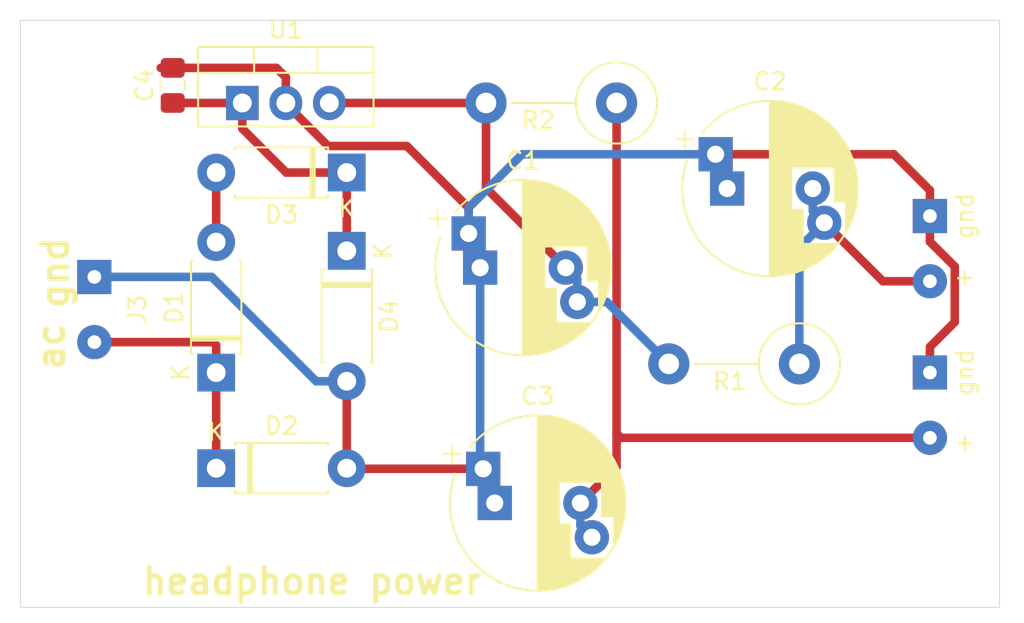
<source format=kicad_pcb>
(kicad_pcb (version 20171130) (host pcbnew "(5.1.5-0-10_14)")

  (general
    (thickness 1.6)
    (drawings 11)
    (tracks 69)
    (zones 0)
    (modules 18)
    (nets 8)
  )

  (page A4)
  (layers
    (0 F.Cu signal)
    (31 B.Cu signal)
    (32 B.Adhes user)
    (33 F.Adhes user)
    (34 B.Paste user)
    (35 F.Paste user)
    (36 B.SilkS user)
    (37 F.SilkS user)
    (38 B.Mask user)
    (39 F.Mask user)
    (40 Dwgs.User user hide)
    (41 Cmts.User user hide)
    (42 Eco1.User user hide)
    (43 Eco2.User user hide)
    (44 Edge.Cuts user)
    (45 Margin user hide)
    (46 B.CrtYd user hide)
    (47 F.CrtYd user hide)
    (48 B.Fab user hide)
    (49 F.Fab user hide)
  )

  (setup
    (last_trace_width 0.5)
    (user_trace_width 0.5)
    (trace_clearance 0.2)
    (zone_clearance 0.508)
    (zone_45_only no)
    (trace_min 0.2)
    (via_size 0.8)
    (via_drill 0.4)
    (via_min_size 0.4)
    (via_min_drill 0.3)
    (uvia_size 0.3)
    (uvia_drill 0.1)
    (uvias_allowed no)
    (uvia_min_size 0.2)
    (uvia_min_drill 0.1)
    (edge_width 0.05)
    (segment_width 0.2)
    (pcb_text_width 0.3)
    (pcb_text_size 1.5 1.5)
    (mod_edge_width 0.12)
    (mod_text_size 1 1)
    (mod_text_width 0.15)
    (pad_size 1.524 1.524)
    (pad_drill 0.762)
    (pad_to_mask_clearance 0.051)
    (solder_mask_min_width 0.25)
    (aux_axis_origin 0 0)
    (visible_elements FFFFFF7F)
    (pcbplotparams
      (layerselection 0x010fc_ffffffff)
      (usegerberextensions false)
      (usegerberattributes false)
      (usegerberadvancedattributes false)
      (creategerberjobfile false)
      (excludeedgelayer true)
      (linewidth 0.100000)
      (plotframeref false)
      (viasonmask false)
      (mode 1)
      (useauxorigin false)
      (hpglpennumber 1)
      (hpglpenspeed 20)
      (hpglpendiameter 15.000000)
      (psnegative false)
      (psa4output false)
      (plotreference true)
      (plotvalue true)
      (plotinvisibletext false)
      (padsonsilk false)
      (subtractmaskfromsilk false)
      (outputformat 1)
      (mirror false)
      (drillshape 1)
      (scaleselection 1)
      (outputdirectory ""))
  )

  (net 0 "")
  (net 1 GND)
  (net 2 "Net-(C1-Pad2)")
  (net 3 "Net-(C2-Pad2)")
  (net 4 "Net-(C3-Pad2)")
  (net 5 "Net-(D1-Pad1)")
  (net 6 AC)
  (net 7 "Net-(C4-Pad1)")

  (net_class Default "This is the default net class."
    (clearance 0.2)
    (trace_width 0.25)
    (via_dia 0.8)
    (via_drill 0.4)
    (uvia_dia 0.3)
    (uvia_drill 0.1)
    (add_net AC)
    (add_net GND)
    (add_net "Net-(C1-Pad2)")
    (add_net "Net-(C2-Pad2)")
    (add_net "Net-(C3-Pad2)")
    (add_net "Net-(C4-Pad1)")
    (add_net "Net-(D1-Pad1)")
  )

  (module Capacitor_THT:CP_Radial_D10.0mm_P5.00mm_P7.50mm (layer F.Cu) (tedit 5AE50EF1) (tstamp 5FF2A582)
    (at 134.784144 89.376)
    (descr "CP, Radial series, Radial, pin pitch=5.00mm 7.50mm, , diameter=10mm, Electrolytic Capacitor")
    (tags "CP Radial series Radial pin pitch 5.00mm 7.50mm  diameter 10mm Electrolytic Capacitor")
    (path /5FF3D27A)
    (fp_text reference C1 (at 2.5 -6.25) (layer F.SilkS)
      (effects (font (size 1 1) (thickness 0.15)))
    )
    (fp_text value 4700u (at 2.5 6.25) (layer F.Fab)
      (effects (font (size 1 1) (thickness 0.15)))
    )
    (fp_arc (start 2.5 0) (end -1.448012 -3.26) (angle 340) (layer F.SilkS) (width 0.12))
    (fp_circle (center 2.5 0) (end 7.5 0) (layer F.Fab) (width 0.1))
    (fp_circle (center 2.5 0) (end 7.98 0) (layer F.CrtYd) (width 0.05))
    (fp_line (start -1.788861 -2.1875) (end -0.788861 -2.1875) (layer F.Fab) (width 0.1))
    (fp_line (start -1.288861 -2.6875) (end -1.288861 -1.6875) (layer F.Fab) (width 0.1))
    (fp_line (start 2.5 -5.08) (end 2.5 5.08) (layer F.SilkS) (width 0.12))
    (fp_line (start 2.54 -5.08) (end 2.54 5.08) (layer F.SilkS) (width 0.12))
    (fp_line (start 2.58 -5.08) (end 2.58 5.08) (layer F.SilkS) (width 0.12))
    (fp_line (start 2.62 -5.079) (end 2.62 5.079) (layer F.SilkS) (width 0.12))
    (fp_line (start 2.66 -5.078) (end 2.66 5.078) (layer F.SilkS) (width 0.12))
    (fp_line (start 2.7 -5.077) (end 2.7 5.077) (layer F.SilkS) (width 0.12))
    (fp_line (start 2.74 -5.075) (end 2.74 5.075) (layer F.SilkS) (width 0.12))
    (fp_line (start 2.78 -5.073) (end 2.78 5.073) (layer F.SilkS) (width 0.12))
    (fp_line (start 2.82 -5.07) (end 2.82 5.07) (layer F.SilkS) (width 0.12))
    (fp_line (start 2.86 -5.068) (end 2.86 5.068) (layer F.SilkS) (width 0.12))
    (fp_line (start 2.9 -5.065) (end 2.9 5.065) (layer F.SilkS) (width 0.12))
    (fp_line (start 2.94 -5.062) (end 2.94 5.062) (layer F.SilkS) (width 0.12))
    (fp_line (start 2.98 -5.058) (end 2.98 5.058) (layer F.SilkS) (width 0.12))
    (fp_line (start 3.02 -5.054) (end 3.02 5.054) (layer F.SilkS) (width 0.12))
    (fp_line (start 3.06 -5.05) (end 3.06 5.05) (layer F.SilkS) (width 0.12))
    (fp_line (start 3.1 -5.045) (end 3.1 5.045) (layer F.SilkS) (width 0.12))
    (fp_line (start 3.14 -5.04) (end 3.14 5.04) (layer F.SilkS) (width 0.12))
    (fp_line (start 3.18 -5.035) (end 3.18 5.035) (layer F.SilkS) (width 0.12))
    (fp_line (start 3.221 -5.03) (end 3.221 5.03) (layer F.SilkS) (width 0.12))
    (fp_line (start 3.261 -5.024) (end 3.261 5.024) (layer F.SilkS) (width 0.12))
    (fp_line (start 3.301 -5.018) (end 3.301 5.018) (layer F.SilkS) (width 0.12))
    (fp_line (start 3.341 -5.011) (end 3.341 5.011) (layer F.SilkS) (width 0.12))
    (fp_line (start 3.381 -5.004) (end 3.381 5.004) (layer F.SilkS) (width 0.12))
    (fp_line (start 3.421 -4.997) (end 3.421 4.997) (layer F.SilkS) (width 0.12))
    (fp_line (start 3.461 -4.99) (end 3.461 4.99) (layer F.SilkS) (width 0.12))
    (fp_line (start 3.501 -4.982) (end 3.501 4.982) (layer F.SilkS) (width 0.12))
    (fp_line (start 3.541 -4.974) (end 3.541 4.974) (layer F.SilkS) (width 0.12))
    (fp_line (start 3.581 -4.965) (end 3.581 4.965) (layer F.SilkS) (width 0.12))
    (fp_line (start 3.621 -4.956) (end 3.621 4.956) (layer F.SilkS) (width 0.12))
    (fp_line (start 3.661 -4.947) (end 3.661 4.947) (layer F.SilkS) (width 0.12))
    (fp_line (start 3.701 -4.938) (end 3.701 4.938) (layer F.SilkS) (width 0.12))
    (fp_line (start 3.741 -4.928) (end 3.741 4.928) (layer F.SilkS) (width 0.12))
    (fp_line (start 3.781 -4.918) (end 3.781 -1.241) (layer F.SilkS) (width 0.12))
    (fp_line (start 3.781 1.241) (end 3.781 4.918) (layer F.SilkS) (width 0.12))
    (fp_line (start 3.821 -4.907) (end 3.821 -1.241) (layer F.SilkS) (width 0.12))
    (fp_line (start 3.821 1.241) (end 3.821 4.907) (layer F.SilkS) (width 0.12))
    (fp_line (start 3.861 -4.897) (end 3.861 -1.241) (layer F.SilkS) (width 0.12))
    (fp_line (start 3.861 1.241) (end 3.861 4.897) (layer F.SilkS) (width 0.12))
    (fp_line (start 3.901 -4.885) (end 3.901 -1.241) (layer F.SilkS) (width 0.12))
    (fp_line (start 3.901 1.241) (end 3.901 4.885) (layer F.SilkS) (width 0.12))
    (fp_line (start 3.941 -4.874) (end 3.941 -1.241) (layer F.SilkS) (width 0.12))
    (fp_line (start 3.941 1.241) (end 3.941 4.874) (layer F.SilkS) (width 0.12))
    (fp_line (start 3.981 -4.862) (end 3.981 -1.241) (layer F.SilkS) (width 0.12))
    (fp_line (start 3.981 1.241) (end 3.981 4.862) (layer F.SilkS) (width 0.12))
    (fp_line (start 4.021 -4.85) (end 4.021 -1.241) (layer F.SilkS) (width 0.12))
    (fp_line (start 4.021 1.241) (end 4.021 4.85) (layer F.SilkS) (width 0.12))
    (fp_line (start 4.061 -4.837) (end 4.061 -1.241) (layer F.SilkS) (width 0.12))
    (fp_line (start 4.061 1.241) (end 4.061 4.837) (layer F.SilkS) (width 0.12))
    (fp_line (start 4.101 -4.824) (end 4.101 -1.241) (layer F.SilkS) (width 0.12))
    (fp_line (start 4.101 1.241) (end 4.101 4.824) (layer F.SilkS) (width 0.12))
    (fp_line (start 4.141 -4.811) (end 4.141 -1.241) (layer F.SilkS) (width 0.12))
    (fp_line (start 4.141 1.241) (end 4.141 4.811) (layer F.SilkS) (width 0.12))
    (fp_line (start 4.181 -4.797) (end 4.181 -1.241) (layer F.SilkS) (width 0.12))
    (fp_line (start 4.181 1.241) (end 4.181 4.797) (layer F.SilkS) (width 0.12))
    (fp_line (start 4.221 -4.783) (end 4.221 -1.241) (layer F.SilkS) (width 0.12))
    (fp_line (start 4.221 1.241) (end 4.221 4.783) (layer F.SilkS) (width 0.12))
    (fp_line (start 4.261 -4.768) (end 4.261 -1.241) (layer F.SilkS) (width 0.12))
    (fp_line (start 4.261 1.241) (end 4.261 4.768) (layer F.SilkS) (width 0.12))
    (fp_line (start 4.301 -4.754) (end 4.301 -1.241) (layer F.SilkS) (width 0.12))
    (fp_line (start 4.301 1.241) (end 4.301 4.754) (layer F.SilkS) (width 0.12))
    (fp_line (start 4.341 -4.738) (end 4.341 -1.241) (layer F.SilkS) (width 0.12))
    (fp_line (start 4.341 1.241) (end 4.341 4.738) (layer F.SilkS) (width 0.12))
    (fp_line (start 4.381 -4.723) (end 4.381 -1.241) (layer F.SilkS) (width 0.12))
    (fp_line (start 4.381 1.241) (end 4.381 4.723) (layer F.SilkS) (width 0.12))
    (fp_line (start 4.421 -4.707) (end 4.421 -1.241) (layer F.SilkS) (width 0.12))
    (fp_line (start 4.421 1.241) (end 4.421 4.707) (layer F.SilkS) (width 0.12))
    (fp_line (start 4.461 -4.69) (end 4.461 -1.241) (layer F.SilkS) (width 0.12))
    (fp_line (start 4.461 3.24) (end 4.461 4.69) (layer F.SilkS) (width 0.12))
    (fp_line (start 4.501 -4.674) (end 4.501 -1.241) (layer F.SilkS) (width 0.12))
    (fp_line (start 4.501 3.24) (end 4.501 4.674) (layer F.SilkS) (width 0.12))
    (fp_line (start 4.541 -4.657) (end 4.541 -1.241) (layer F.SilkS) (width 0.12))
    (fp_line (start 4.541 3.24) (end 4.541 4.657) (layer F.SilkS) (width 0.12))
    (fp_line (start 4.581 -4.639) (end 4.581 -1.241) (layer F.SilkS) (width 0.12))
    (fp_line (start 4.581 3.24) (end 4.581 4.639) (layer F.SilkS) (width 0.12))
    (fp_line (start 4.621 -4.621) (end 4.621 -1.241) (layer F.SilkS) (width 0.12))
    (fp_line (start 4.621 3.24) (end 4.621 4.621) (layer F.SilkS) (width 0.12))
    (fp_line (start 4.661 -4.603) (end 4.661 -1.241) (layer F.SilkS) (width 0.12))
    (fp_line (start 4.661 3.24) (end 4.661 4.603) (layer F.SilkS) (width 0.12))
    (fp_line (start 4.701 -4.584) (end 4.701 -1.241) (layer F.SilkS) (width 0.12))
    (fp_line (start 4.701 3.24) (end 4.701 4.584) (layer F.SilkS) (width 0.12))
    (fp_line (start 4.741 -4.564) (end 4.741 -1.241) (layer F.SilkS) (width 0.12))
    (fp_line (start 4.741 3.24) (end 4.741 4.564) (layer F.SilkS) (width 0.12))
    (fp_line (start 4.781 -4.545) (end 4.781 -1.241) (layer F.SilkS) (width 0.12))
    (fp_line (start 4.781 3.24) (end 4.781 4.545) (layer F.SilkS) (width 0.12))
    (fp_line (start 4.821 -4.525) (end 4.821 -1.241) (layer F.SilkS) (width 0.12))
    (fp_line (start 4.821 3.24) (end 4.821 4.525) (layer F.SilkS) (width 0.12))
    (fp_line (start 4.861 -4.504) (end 4.861 -1.241) (layer F.SilkS) (width 0.12))
    (fp_line (start 4.861 3.24) (end 4.861 4.504) (layer F.SilkS) (width 0.12))
    (fp_line (start 4.901 -4.483) (end 4.901 -1.241) (layer F.SilkS) (width 0.12))
    (fp_line (start 4.901 3.24) (end 4.901 4.483) (layer F.SilkS) (width 0.12))
    (fp_line (start 4.941 -4.462) (end 4.941 -1.241) (layer F.SilkS) (width 0.12))
    (fp_line (start 4.941 3.24) (end 4.941 4.462) (layer F.SilkS) (width 0.12))
    (fp_line (start 4.981 -4.44) (end 4.981 -1.241) (layer F.SilkS) (width 0.12))
    (fp_line (start 4.981 3.24) (end 4.981 4.44) (layer F.SilkS) (width 0.12))
    (fp_line (start 5.021 -4.417) (end 5.021 -1.241) (layer F.SilkS) (width 0.12))
    (fp_line (start 5.021 3.24) (end 5.021 4.417) (layer F.SilkS) (width 0.12))
    (fp_line (start 5.061 -4.395) (end 5.061 -1.241) (layer F.SilkS) (width 0.12))
    (fp_line (start 5.061 3.24) (end 5.061 4.395) (layer F.SilkS) (width 0.12))
    (fp_line (start 5.101 -4.371) (end 5.101 -1.241) (layer F.SilkS) (width 0.12))
    (fp_line (start 5.101 3.24) (end 5.101 4.371) (layer F.SilkS) (width 0.12))
    (fp_line (start 5.141 -4.347) (end 5.141 -1.241) (layer F.SilkS) (width 0.12))
    (fp_line (start 5.141 3.24) (end 5.141 4.347) (layer F.SilkS) (width 0.12))
    (fp_line (start 5.181 -4.323) (end 5.181 -1.241) (layer F.SilkS) (width 0.12))
    (fp_line (start 5.181 3.24) (end 5.181 4.323) (layer F.SilkS) (width 0.12))
    (fp_line (start 5.221 -4.298) (end 5.221 -1.241) (layer F.SilkS) (width 0.12))
    (fp_line (start 5.221 3.24) (end 5.221 4.298) (layer F.SilkS) (width 0.12))
    (fp_line (start 5.261 -4.273) (end 5.261 -1.241) (layer F.SilkS) (width 0.12))
    (fp_line (start 5.261 3.24) (end 5.261 4.273) (layer F.SilkS) (width 0.12))
    (fp_line (start 5.301 -4.247) (end 5.301 -1.241) (layer F.SilkS) (width 0.12))
    (fp_line (start 5.301 3.24) (end 5.301 4.247) (layer F.SilkS) (width 0.12))
    (fp_line (start 5.341 -4.221) (end 5.341 -1.241) (layer F.SilkS) (width 0.12))
    (fp_line (start 5.341 3.24) (end 5.341 4.221) (layer F.SilkS) (width 0.12))
    (fp_line (start 5.381 -4.194) (end 5.381 -1.241) (layer F.SilkS) (width 0.12))
    (fp_line (start 5.381 3.24) (end 5.381 4.194) (layer F.SilkS) (width 0.12))
    (fp_line (start 5.421 -4.166) (end 5.421 -1.241) (layer F.SilkS) (width 0.12))
    (fp_line (start 5.421 3.24) (end 5.421 4.166) (layer F.SilkS) (width 0.12))
    (fp_line (start 5.461 -4.138) (end 5.461 -1.241) (layer F.SilkS) (width 0.12))
    (fp_line (start 5.461 3.24) (end 5.461 4.138) (layer F.SilkS) (width 0.12))
    (fp_line (start 5.501 -4.11) (end 5.501 -1.241) (layer F.SilkS) (width 0.12))
    (fp_line (start 5.501 3.24) (end 5.501 4.11) (layer F.SilkS) (width 0.12))
    (fp_line (start 5.541 -4.08) (end 5.541 -1.241) (layer F.SilkS) (width 0.12))
    (fp_line (start 5.541 3.24) (end 5.541 4.08) (layer F.SilkS) (width 0.12))
    (fp_line (start 5.581 -4.05) (end 5.581 -1.241) (layer F.SilkS) (width 0.12))
    (fp_line (start 5.581 3.24) (end 5.581 4.05) (layer F.SilkS) (width 0.12))
    (fp_line (start 5.621 -4.02) (end 5.621 -1.241) (layer F.SilkS) (width 0.12))
    (fp_line (start 5.621 3.24) (end 5.621 4.02) (layer F.SilkS) (width 0.12))
    (fp_line (start 5.661 -3.989) (end 5.661 -1.241) (layer F.SilkS) (width 0.12))
    (fp_line (start 5.661 3.24) (end 5.661 3.989) (layer F.SilkS) (width 0.12))
    (fp_line (start 5.701 -3.957) (end 5.701 -1.241) (layer F.SilkS) (width 0.12))
    (fp_line (start 5.701 3.24) (end 5.701 3.957) (layer F.SilkS) (width 0.12))
    (fp_line (start 5.741 -3.925) (end 5.741 -1.241) (layer F.SilkS) (width 0.12))
    (fp_line (start 5.741 3.24) (end 5.741 3.925) (layer F.SilkS) (width 0.12))
    (fp_line (start 5.781 -3.892) (end 5.781 -1.241) (layer F.SilkS) (width 0.12))
    (fp_line (start 5.781 3.24) (end 5.781 3.892) (layer F.SilkS) (width 0.12))
    (fp_line (start 5.821 -3.858) (end 5.821 -1.241) (layer F.SilkS) (width 0.12))
    (fp_line (start 5.821 3.24) (end 5.821 3.858) (layer F.SilkS) (width 0.12))
    (fp_line (start 5.861 -3.824) (end 5.861 -1.241) (layer F.SilkS) (width 0.12))
    (fp_line (start 5.861 3.24) (end 5.861 3.824) (layer F.SilkS) (width 0.12))
    (fp_line (start 5.901 -3.789) (end 5.901 -1.241) (layer F.SilkS) (width 0.12))
    (fp_line (start 5.901 3.24) (end 5.901 3.789) (layer F.SilkS) (width 0.12))
    (fp_line (start 5.941 -3.753) (end 5.941 -1.241) (layer F.SilkS) (width 0.12))
    (fp_line (start 5.941 3.24) (end 5.941 3.753) (layer F.SilkS) (width 0.12))
    (fp_line (start 5.981 -3.716) (end 5.981 -1.241) (layer F.SilkS) (width 0.12))
    (fp_line (start 5.981 3.24) (end 5.981 3.716) (layer F.SilkS) (width 0.12))
    (fp_line (start 6.021 -3.679) (end 6.021 -1.241) (layer F.SilkS) (width 0.12))
    (fp_line (start 6.021 3.24) (end 6.021 3.679) (layer F.SilkS) (width 0.12))
    (fp_line (start 6.061 -3.64) (end 6.061 -1.241) (layer F.SilkS) (width 0.12))
    (fp_line (start 6.061 3.24) (end 6.061 3.64) (layer F.SilkS) (width 0.12))
    (fp_line (start 6.101 -3.601) (end 6.101 -1.241) (layer F.SilkS) (width 0.12))
    (fp_line (start 6.101 3.24) (end 6.101 3.601) (layer F.SilkS) (width 0.12))
    (fp_line (start 6.141 -3.561) (end 6.141 -1.241) (layer F.SilkS) (width 0.12))
    (fp_line (start 6.141 3.24) (end 6.141 3.561) (layer F.SilkS) (width 0.12))
    (fp_line (start 6.181 -3.52) (end 6.181 -1.241) (layer F.SilkS) (width 0.12))
    (fp_line (start 6.181 3.24) (end 6.181 3.52) (layer F.SilkS) (width 0.12))
    (fp_line (start 6.221 -3.478) (end 6.221 -1.241) (layer F.SilkS) (width 0.12))
    (fp_line (start 6.221 3.24) (end 6.221 3.478) (layer F.SilkS) (width 0.12))
    (fp_line (start 6.261 -3.436) (end 6.261 0.76) (layer F.SilkS) (width 0.12))
    (fp_line (start 6.261 3.24) (end 6.261 3.436) (layer F.SilkS) (width 0.12))
    (fp_line (start 6.301 -3.392) (end 6.301 0.76) (layer F.SilkS) (width 0.12))
    (fp_line (start 6.301 3.24) (end 6.301 3.392) (layer F.SilkS) (width 0.12))
    (fp_line (start 6.341 -3.347) (end 6.341 0.76) (layer F.SilkS) (width 0.12))
    (fp_line (start 6.341 3.24) (end 6.341 3.347) (layer F.SilkS) (width 0.12))
    (fp_line (start 6.381 -3.301) (end 6.381 0.76) (layer F.SilkS) (width 0.12))
    (fp_line (start 6.381 3.24) (end 6.381 3.301) (layer F.SilkS) (width 0.12))
    (fp_line (start 6.421 -3.254) (end 6.421 0.76) (layer F.SilkS) (width 0.12))
    (fp_line (start 6.421 3.24) (end 6.421 3.254) (layer F.SilkS) (width 0.12))
    (fp_line (start 6.461 -3.206) (end 6.461 0.76) (layer F.SilkS) (width 0.12))
    (fp_line (start 6.501 -3.156) (end 6.501 0.76) (layer F.SilkS) (width 0.12))
    (fp_line (start 6.541 -3.106) (end 6.541 0.76) (layer F.SilkS) (width 0.12))
    (fp_line (start 6.581 -3.054) (end 6.581 0.76) (layer F.SilkS) (width 0.12))
    (fp_line (start 6.621 -3) (end 6.621 0.76) (layer F.SilkS) (width 0.12))
    (fp_line (start 6.661 -2.945) (end 6.661 0.76) (layer F.SilkS) (width 0.12))
    (fp_line (start 6.701 -2.889) (end 6.701 0.76) (layer F.SilkS) (width 0.12))
    (fp_line (start 6.741 -2.83) (end 6.741 0.76) (layer F.SilkS) (width 0.12))
    (fp_line (start 6.781 -2.77) (end 6.781 0.76) (layer F.SilkS) (width 0.12))
    (fp_line (start 6.821 -2.709) (end 6.821 0.76) (layer F.SilkS) (width 0.12))
    (fp_line (start 6.861 -2.645) (end 6.861 0.76) (layer F.SilkS) (width 0.12))
    (fp_line (start 6.901 -2.579) (end 6.901 0.76) (layer F.SilkS) (width 0.12))
    (fp_line (start 6.941 -2.51) (end 6.941 2.51) (layer F.SilkS) (width 0.12))
    (fp_line (start 6.981 -2.439) (end 6.981 2.439) (layer F.SilkS) (width 0.12))
    (fp_line (start 7.021 -2.365) (end 7.021 2.365) (layer F.SilkS) (width 0.12))
    (fp_line (start 7.061 -2.289) (end 7.061 2.289) (layer F.SilkS) (width 0.12))
    (fp_line (start 7.101 -2.209) (end 7.101 2.209) (layer F.SilkS) (width 0.12))
    (fp_line (start 7.141 -2.125) (end 7.141 2.125) (layer F.SilkS) (width 0.12))
    (fp_line (start 7.181 -2.037) (end 7.181 2.037) (layer F.SilkS) (width 0.12))
    (fp_line (start 7.221 -1.944) (end 7.221 1.944) (layer F.SilkS) (width 0.12))
    (fp_line (start 7.261 -1.846) (end 7.261 1.846) (layer F.SilkS) (width 0.12))
    (fp_line (start 7.301 -1.742) (end 7.301 1.742) (layer F.SilkS) (width 0.12))
    (fp_line (start 7.341 -1.63) (end 7.341 1.63) (layer F.SilkS) (width 0.12))
    (fp_line (start 7.381 -1.51) (end 7.381 1.51) (layer F.SilkS) (width 0.12))
    (fp_line (start 7.421 -1.378) (end 7.421 1.378) (layer F.SilkS) (width 0.12))
    (fp_line (start 7.461 -1.23) (end 7.461 1.23) (layer F.SilkS) (width 0.12))
    (fp_line (start 7.501 -1.062) (end 7.501 1.062) (layer F.SilkS) (width 0.12))
    (fp_line (start 7.541 -0.862) (end 7.541 0.862) (layer F.SilkS) (width 0.12))
    (fp_line (start 7.581 -0.599) (end 7.581 0.599) (layer F.SilkS) (width 0.12))
    (fp_line (start -2.979646 -2.875) (end -1.979646 -2.875) (layer F.SilkS) (width 0.12))
    (fp_line (start -2.479646 -3.375) (end -2.479646 -2.375) (layer F.SilkS) (width 0.12))
    (fp_text user %R (at 2.5 0) (layer F.Fab)
      (effects (font (size 1 1) (thickness 0.15)))
    )
    (pad 1 thru_hole rect (at 0 0) (size 2 2) (drill 1) (layers *.Cu *.Mask)
      (net 1 GND))
    (pad 2 thru_hole circle (at 5 0) (size 2 2) (drill 1) (layers *.Cu *.Mask)
      (net 2 "Net-(C1-Pad2)"))
    (pad 1 thru_hole rect (at -0.672144 -2) (size 2 2) (drill 1) (layers *.Cu *.Mask)
      (net 1 GND))
    (pad 2 thru_hole circle (at 5.672144 2) (size 2 2) (drill 1) (layers *.Cu *.Mask)
      (net 2 "Net-(C1-Pad2)"))
    (model ${KISYS3DMOD}/Capacitor_THT.3dshapes/CP_Radial_D10.0mm_P5.00mm_P7.50mm.wrl
      (at (xyz 0 0 0))
      (scale (xyz 1 1 1))
      (rotate (xyz 0 0 0))
    )
  )

  (module Capacitor_THT:CP_Radial_D10.0mm_P5.00mm_P7.50mm (layer F.Cu) (tedit 5AE50EF1) (tstamp 5FF2A655)
    (at 149.199647 84.753001)
    (descr "CP, Radial series, Radial, pin pitch=5.00mm 7.50mm, , diameter=10mm, Electrolytic Capacitor")
    (tags "CP Radial series Radial pin pitch 5.00mm 7.50mm  diameter 10mm Electrolytic Capacitor")
    (path /5FF3F6D4)
    (fp_text reference C2 (at 2.5 -6.25) (layer F.SilkS)
      (effects (font (size 1 1) (thickness 0.15)))
    )
    (fp_text value 4700u (at 2.5 6.25) (layer F.Fab)
      (effects (font (size 1 1) (thickness 0.15)))
    )
    (fp_text user %R (at 2.5 0) (layer F.Fab)
      (effects (font (size 1 1) (thickness 0.15)))
    )
    (fp_line (start -2.479646 -3.375) (end -2.479646 -2.375) (layer F.SilkS) (width 0.12))
    (fp_line (start -2.979646 -2.875) (end -1.979646 -2.875) (layer F.SilkS) (width 0.12))
    (fp_line (start 7.581 -0.599) (end 7.581 0.599) (layer F.SilkS) (width 0.12))
    (fp_line (start 7.541 -0.862) (end 7.541 0.862) (layer F.SilkS) (width 0.12))
    (fp_line (start 7.501 -1.062) (end 7.501 1.062) (layer F.SilkS) (width 0.12))
    (fp_line (start 7.461 -1.23) (end 7.461 1.23) (layer F.SilkS) (width 0.12))
    (fp_line (start 7.421 -1.378) (end 7.421 1.378) (layer F.SilkS) (width 0.12))
    (fp_line (start 7.381 -1.51) (end 7.381 1.51) (layer F.SilkS) (width 0.12))
    (fp_line (start 7.341 -1.63) (end 7.341 1.63) (layer F.SilkS) (width 0.12))
    (fp_line (start 7.301 -1.742) (end 7.301 1.742) (layer F.SilkS) (width 0.12))
    (fp_line (start 7.261 -1.846) (end 7.261 1.846) (layer F.SilkS) (width 0.12))
    (fp_line (start 7.221 -1.944) (end 7.221 1.944) (layer F.SilkS) (width 0.12))
    (fp_line (start 7.181 -2.037) (end 7.181 2.037) (layer F.SilkS) (width 0.12))
    (fp_line (start 7.141 -2.125) (end 7.141 2.125) (layer F.SilkS) (width 0.12))
    (fp_line (start 7.101 -2.209) (end 7.101 2.209) (layer F.SilkS) (width 0.12))
    (fp_line (start 7.061 -2.289) (end 7.061 2.289) (layer F.SilkS) (width 0.12))
    (fp_line (start 7.021 -2.365) (end 7.021 2.365) (layer F.SilkS) (width 0.12))
    (fp_line (start 6.981 -2.439) (end 6.981 2.439) (layer F.SilkS) (width 0.12))
    (fp_line (start 6.941 -2.51) (end 6.941 2.51) (layer F.SilkS) (width 0.12))
    (fp_line (start 6.901 -2.579) (end 6.901 0.76) (layer F.SilkS) (width 0.12))
    (fp_line (start 6.861 -2.645) (end 6.861 0.76) (layer F.SilkS) (width 0.12))
    (fp_line (start 6.821 -2.709) (end 6.821 0.76) (layer F.SilkS) (width 0.12))
    (fp_line (start 6.781 -2.77) (end 6.781 0.76) (layer F.SilkS) (width 0.12))
    (fp_line (start 6.741 -2.83) (end 6.741 0.76) (layer F.SilkS) (width 0.12))
    (fp_line (start 6.701 -2.889) (end 6.701 0.76) (layer F.SilkS) (width 0.12))
    (fp_line (start 6.661 -2.945) (end 6.661 0.76) (layer F.SilkS) (width 0.12))
    (fp_line (start 6.621 -3) (end 6.621 0.76) (layer F.SilkS) (width 0.12))
    (fp_line (start 6.581 -3.054) (end 6.581 0.76) (layer F.SilkS) (width 0.12))
    (fp_line (start 6.541 -3.106) (end 6.541 0.76) (layer F.SilkS) (width 0.12))
    (fp_line (start 6.501 -3.156) (end 6.501 0.76) (layer F.SilkS) (width 0.12))
    (fp_line (start 6.461 -3.206) (end 6.461 0.76) (layer F.SilkS) (width 0.12))
    (fp_line (start 6.421 3.24) (end 6.421 3.254) (layer F.SilkS) (width 0.12))
    (fp_line (start 6.421 -3.254) (end 6.421 0.76) (layer F.SilkS) (width 0.12))
    (fp_line (start 6.381 3.24) (end 6.381 3.301) (layer F.SilkS) (width 0.12))
    (fp_line (start 6.381 -3.301) (end 6.381 0.76) (layer F.SilkS) (width 0.12))
    (fp_line (start 6.341 3.24) (end 6.341 3.347) (layer F.SilkS) (width 0.12))
    (fp_line (start 6.341 -3.347) (end 6.341 0.76) (layer F.SilkS) (width 0.12))
    (fp_line (start 6.301 3.24) (end 6.301 3.392) (layer F.SilkS) (width 0.12))
    (fp_line (start 6.301 -3.392) (end 6.301 0.76) (layer F.SilkS) (width 0.12))
    (fp_line (start 6.261 3.24) (end 6.261 3.436) (layer F.SilkS) (width 0.12))
    (fp_line (start 6.261 -3.436) (end 6.261 0.76) (layer F.SilkS) (width 0.12))
    (fp_line (start 6.221 3.24) (end 6.221 3.478) (layer F.SilkS) (width 0.12))
    (fp_line (start 6.221 -3.478) (end 6.221 -1.241) (layer F.SilkS) (width 0.12))
    (fp_line (start 6.181 3.24) (end 6.181 3.52) (layer F.SilkS) (width 0.12))
    (fp_line (start 6.181 -3.52) (end 6.181 -1.241) (layer F.SilkS) (width 0.12))
    (fp_line (start 6.141 3.24) (end 6.141 3.561) (layer F.SilkS) (width 0.12))
    (fp_line (start 6.141 -3.561) (end 6.141 -1.241) (layer F.SilkS) (width 0.12))
    (fp_line (start 6.101 3.24) (end 6.101 3.601) (layer F.SilkS) (width 0.12))
    (fp_line (start 6.101 -3.601) (end 6.101 -1.241) (layer F.SilkS) (width 0.12))
    (fp_line (start 6.061 3.24) (end 6.061 3.64) (layer F.SilkS) (width 0.12))
    (fp_line (start 6.061 -3.64) (end 6.061 -1.241) (layer F.SilkS) (width 0.12))
    (fp_line (start 6.021 3.24) (end 6.021 3.679) (layer F.SilkS) (width 0.12))
    (fp_line (start 6.021 -3.679) (end 6.021 -1.241) (layer F.SilkS) (width 0.12))
    (fp_line (start 5.981 3.24) (end 5.981 3.716) (layer F.SilkS) (width 0.12))
    (fp_line (start 5.981 -3.716) (end 5.981 -1.241) (layer F.SilkS) (width 0.12))
    (fp_line (start 5.941 3.24) (end 5.941 3.753) (layer F.SilkS) (width 0.12))
    (fp_line (start 5.941 -3.753) (end 5.941 -1.241) (layer F.SilkS) (width 0.12))
    (fp_line (start 5.901 3.24) (end 5.901 3.789) (layer F.SilkS) (width 0.12))
    (fp_line (start 5.901 -3.789) (end 5.901 -1.241) (layer F.SilkS) (width 0.12))
    (fp_line (start 5.861 3.24) (end 5.861 3.824) (layer F.SilkS) (width 0.12))
    (fp_line (start 5.861 -3.824) (end 5.861 -1.241) (layer F.SilkS) (width 0.12))
    (fp_line (start 5.821 3.24) (end 5.821 3.858) (layer F.SilkS) (width 0.12))
    (fp_line (start 5.821 -3.858) (end 5.821 -1.241) (layer F.SilkS) (width 0.12))
    (fp_line (start 5.781 3.24) (end 5.781 3.892) (layer F.SilkS) (width 0.12))
    (fp_line (start 5.781 -3.892) (end 5.781 -1.241) (layer F.SilkS) (width 0.12))
    (fp_line (start 5.741 3.24) (end 5.741 3.925) (layer F.SilkS) (width 0.12))
    (fp_line (start 5.741 -3.925) (end 5.741 -1.241) (layer F.SilkS) (width 0.12))
    (fp_line (start 5.701 3.24) (end 5.701 3.957) (layer F.SilkS) (width 0.12))
    (fp_line (start 5.701 -3.957) (end 5.701 -1.241) (layer F.SilkS) (width 0.12))
    (fp_line (start 5.661 3.24) (end 5.661 3.989) (layer F.SilkS) (width 0.12))
    (fp_line (start 5.661 -3.989) (end 5.661 -1.241) (layer F.SilkS) (width 0.12))
    (fp_line (start 5.621 3.24) (end 5.621 4.02) (layer F.SilkS) (width 0.12))
    (fp_line (start 5.621 -4.02) (end 5.621 -1.241) (layer F.SilkS) (width 0.12))
    (fp_line (start 5.581 3.24) (end 5.581 4.05) (layer F.SilkS) (width 0.12))
    (fp_line (start 5.581 -4.05) (end 5.581 -1.241) (layer F.SilkS) (width 0.12))
    (fp_line (start 5.541 3.24) (end 5.541 4.08) (layer F.SilkS) (width 0.12))
    (fp_line (start 5.541 -4.08) (end 5.541 -1.241) (layer F.SilkS) (width 0.12))
    (fp_line (start 5.501 3.24) (end 5.501 4.11) (layer F.SilkS) (width 0.12))
    (fp_line (start 5.501 -4.11) (end 5.501 -1.241) (layer F.SilkS) (width 0.12))
    (fp_line (start 5.461 3.24) (end 5.461 4.138) (layer F.SilkS) (width 0.12))
    (fp_line (start 5.461 -4.138) (end 5.461 -1.241) (layer F.SilkS) (width 0.12))
    (fp_line (start 5.421 3.24) (end 5.421 4.166) (layer F.SilkS) (width 0.12))
    (fp_line (start 5.421 -4.166) (end 5.421 -1.241) (layer F.SilkS) (width 0.12))
    (fp_line (start 5.381 3.24) (end 5.381 4.194) (layer F.SilkS) (width 0.12))
    (fp_line (start 5.381 -4.194) (end 5.381 -1.241) (layer F.SilkS) (width 0.12))
    (fp_line (start 5.341 3.24) (end 5.341 4.221) (layer F.SilkS) (width 0.12))
    (fp_line (start 5.341 -4.221) (end 5.341 -1.241) (layer F.SilkS) (width 0.12))
    (fp_line (start 5.301 3.24) (end 5.301 4.247) (layer F.SilkS) (width 0.12))
    (fp_line (start 5.301 -4.247) (end 5.301 -1.241) (layer F.SilkS) (width 0.12))
    (fp_line (start 5.261 3.24) (end 5.261 4.273) (layer F.SilkS) (width 0.12))
    (fp_line (start 5.261 -4.273) (end 5.261 -1.241) (layer F.SilkS) (width 0.12))
    (fp_line (start 5.221 3.24) (end 5.221 4.298) (layer F.SilkS) (width 0.12))
    (fp_line (start 5.221 -4.298) (end 5.221 -1.241) (layer F.SilkS) (width 0.12))
    (fp_line (start 5.181 3.24) (end 5.181 4.323) (layer F.SilkS) (width 0.12))
    (fp_line (start 5.181 -4.323) (end 5.181 -1.241) (layer F.SilkS) (width 0.12))
    (fp_line (start 5.141 3.24) (end 5.141 4.347) (layer F.SilkS) (width 0.12))
    (fp_line (start 5.141 -4.347) (end 5.141 -1.241) (layer F.SilkS) (width 0.12))
    (fp_line (start 5.101 3.24) (end 5.101 4.371) (layer F.SilkS) (width 0.12))
    (fp_line (start 5.101 -4.371) (end 5.101 -1.241) (layer F.SilkS) (width 0.12))
    (fp_line (start 5.061 3.24) (end 5.061 4.395) (layer F.SilkS) (width 0.12))
    (fp_line (start 5.061 -4.395) (end 5.061 -1.241) (layer F.SilkS) (width 0.12))
    (fp_line (start 5.021 3.24) (end 5.021 4.417) (layer F.SilkS) (width 0.12))
    (fp_line (start 5.021 -4.417) (end 5.021 -1.241) (layer F.SilkS) (width 0.12))
    (fp_line (start 4.981 3.24) (end 4.981 4.44) (layer F.SilkS) (width 0.12))
    (fp_line (start 4.981 -4.44) (end 4.981 -1.241) (layer F.SilkS) (width 0.12))
    (fp_line (start 4.941 3.24) (end 4.941 4.462) (layer F.SilkS) (width 0.12))
    (fp_line (start 4.941 -4.462) (end 4.941 -1.241) (layer F.SilkS) (width 0.12))
    (fp_line (start 4.901 3.24) (end 4.901 4.483) (layer F.SilkS) (width 0.12))
    (fp_line (start 4.901 -4.483) (end 4.901 -1.241) (layer F.SilkS) (width 0.12))
    (fp_line (start 4.861 3.24) (end 4.861 4.504) (layer F.SilkS) (width 0.12))
    (fp_line (start 4.861 -4.504) (end 4.861 -1.241) (layer F.SilkS) (width 0.12))
    (fp_line (start 4.821 3.24) (end 4.821 4.525) (layer F.SilkS) (width 0.12))
    (fp_line (start 4.821 -4.525) (end 4.821 -1.241) (layer F.SilkS) (width 0.12))
    (fp_line (start 4.781 3.24) (end 4.781 4.545) (layer F.SilkS) (width 0.12))
    (fp_line (start 4.781 -4.545) (end 4.781 -1.241) (layer F.SilkS) (width 0.12))
    (fp_line (start 4.741 3.24) (end 4.741 4.564) (layer F.SilkS) (width 0.12))
    (fp_line (start 4.741 -4.564) (end 4.741 -1.241) (layer F.SilkS) (width 0.12))
    (fp_line (start 4.701 3.24) (end 4.701 4.584) (layer F.SilkS) (width 0.12))
    (fp_line (start 4.701 -4.584) (end 4.701 -1.241) (layer F.SilkS) (width 0.12))
    (fp_line (start 4.661 3.24) (end 4.661 4.603) (layer F.SilkS) (width 0.12))
    (fp_line (start 4.661 -4.603) (end 4.661 -1.241) (layer F.SilkS) (width 0.12))
    (fp_line (start 4.621 3.24) (end 4.621 4.621) (layer F.SilkS) (width 0.12))
    (fp_line (start 4.621 -4.621) (end 4.621 -1.241) (layer F.SilkS) (width 0.12))
    (fp_line (start 4.581 3.24) (end 4.581 4.639) (layer F.SilkS) (width 0.12))
    (fp_line (start 4.581 -4.639) (end 4.581 -1.241) (layer F.SilkS) (width 0.12))
    (fp_line (start 4.541 3.24) (end 4.541 4.657) (layer F.SilkS) (width 0.12))
    (fp_line (start 4.541 -4.657) (end 4.541 -1.241) (layer F.SilkS) (width 0.12))
    (fp_line (start 4.501 3.24) (end 4.501 4.674) (layer F.SilkS) (width 0.12))
    (fp_line (start 4.501 -4.674) (end 4.501 -1.241) (layer F.SilkS) (width 0.12))
    (fp_line (start 4.461 3.24) (end 4.461 4.69) (layer F.SilkS) (width 0.12))
    (fp_line (start 4.461 -4.69) (end 4.461 -1.241) (layer F.SilkS) (width 0.12))
    (fp_line (start 4.421 1.241) (end 4.421 4.707) (layer F.SilkS) (width 0.12))
    (fp_line (start 4.421 -4.707) (end 4.421 -1.241) (layer F.SilkS) (width 0.12))
    (fp_line (start 4.381 1.241) (end 4.381 4.723) (layer F.SilkS) (width 0.12))
    (fp_line (start 4.381 -4.723) (end 4.381 -1.241) (layer F.SilkS) (width 0.12))
    (fp_line (start 4.341 1.241) (end 4.341 4.738) (layer F.SilkS) (width 0.12))
    (fp_line (start 4.341 -4.738) (end 4.341 -1.241) (layer F.SilkS) (width 0.12))
    (fp_line (start 4.301 1.241) (end 4.301 4.754) (layer F.SilkS) (width 0.12))
    (fp_line (start 4.301 -4.754) (end 4.301 -1.241) (layer F.SilkS) (width 0.12))
    (fp_line (start 4.261 1.241) (end 4.261 4.768) (layer F.SilkS) (width 0.12))
    (fp_line (start 4.261 -4.768) (end 4.261 -1.241) (layer F.SilkS) (width 0.12))
    (fp_line (start 4.221 1.241) (end 4.221 4.783) (layer F.SilkS) (width 0.12))
    (fp_line (start 4.221 -4.783) (end 4.221 -1.241) (layer F.SilkS) (width 0.12))
    (fp_line (start 4.181 1.241) (end 4.181 4.797) (layer F.SilkS) (width 0.12))
    (fp_line (start 4.181 -4.797) (end 4.181 -1.241) (layer F.SilkS) (width 0.12))
    (fp_line (start 4.141 1.241) (end 4.141 4.811) (layer F.SilkS) (width 0.12))
    (fp_line (start 4.141 -4.811) (end 4.141 -1.241) (layer F.SilkS) (width 0.12))
    (fp_line (start 4.101 1.241) (end 4.101 4.824) (layer F.SilkS) (width 0.12))
    (fp_line (start 4.101 -4.824) (end 4.101 -1.241) (layer F.SilkS) (width 0.12))
    (fp_line (start 4.061 1.241) (end 4.061 4.837) (layer F.SilkS) (width 0.12))
    (fp_line (start 4.061 -4.837) (end 4.061 -1.241) (layer F.SilkS) (width 0.12))
    (fp_line (start 4.021 1.241) (end 4.021 4.85) (layer F.SilkS) (width 0.12))
    (fp_line (start 4.021 -4.85) (end 4.021 -1.241) (layer F.SilkS) (width 0.12))
    (fp_line (start 3.981 1.241) (end 3.981 4.862) (layer F.SilkS) (width 0.12))
    (fp_line (start 3.981 -4.862) (end 3.981 -1.241) (layer F.SilkS) (width 0.12))
    (fp_line (start 3.941 1.241) (end 3.941 4.874) (layer F.SilkS) (width 0.12))
    (fp_line (start 3.941 -4.874) (end 3.941 -1.241) (layer F.SilkS) (width 0.12))
    (fp_line (start 3.901 1.241) (end 3.901 4.885) (layer F.SilkS) (width 0.12))
    (fp_line (start 3.901 -4.885) (end 3.901 -1.241) (layer F.SilkS) (width 0.12))
    (fp_line (start 3.861 1.241) (end 3.861 4.897) (layer F.SilkS) (width 0.12))
    (fp_line (start 3.861 -4.897) (end 3.861 -1.241) (layer F.SilkS) (width 0.12))
    (fp_line (start 3.821 1.241) (end 3.821 4.907) (layer F.SilkS) (width 0.12))
    (fp_line (start 3.821 -4.907) (end 3.821 -1.241) (layer F.SilkS) (width 0.12))
    (fp_line (start 3.781 1.241) (end 3.781 4.918) (layer F.SilkS) (width 0.12))
    (fp_line (start 3.781 -4.918) (end 3.781 -1.241) (layer F.SilkS) (width 0.12))
    (fp_line (start 3.741 -4.928) (end 3.741 4.928) (layer F.SilkS) (width 0.12))
    (fp_line (start 3.701 -4.938) (end 3.701 4.938) (layer F.SilkS) (width 0.12))
    (fp_line (start 3.661 -4.947) (end 3.661 4.947) (layer F.SilkS) (width 0.12))
    (fp_line (start 3.621 -4.956) (end 3.621 4.956) (layer F.SilkS) (width 0.12))
    (fp_line (start 3.581 -4.965) (end 3.581 4.965) (layer F.SilkS) (width 0.12))
    (fp_line (start 3.541 -4.974) (end 3.541 4.974) (layer F.SilkS) (width 0.12))
    (fp_line (start 3.501 -4.982) (end 3.501 4.982) (layer F.SilkS) (width 0.12))
    (fp_line (start 3.461 -4.99) (end 3.461 4.99) (layer F.SilkS) (width 0.12))
    (fp_line (start 3.421 -4.997) (end 3.421 4.997) (layer F.SilkS) (width 0.12))
    (fp_line (start 3.381 -5.004) (end 3.381 5.004) (layer F.SilkS) (width 0.12))
    (fp_line (start 3.341 -5.011) (end 3.341 5.011) (layer F.SilkS) (width 0.12))
    (fp_line (start 3.301 -5.018) (end 3.301 5.018) (layer F.SilkS) (width 0.12))
    (fp_line (start 3.261 -5.024) (end 3.261 5.024) (layer F.SilkS) (width 0.12))
    (fp_line (start 3.221 -5.03) (end 3.221 5.03) (layer F.SilkS) (width 0.12))
    (fp_line (start 3.18 -5.035) (end 3.18 5.035) (layer F.SilkS) (width 0.12))
    (fp_line (start 3.14 -5.04) (end 3.14 5.04) (layer F.SilkS) (width 0.12))
    (fp_line (start 3.1 -5.045) (end 3.1 5.045) (layer F.SilkS) (width 0.12))
    (fp_line (start 3.06 -5.05) (end 3.06 5.05) (layer F.SilkS) (width 0.12))
    (fp_line (start 3.02 -5.054) (end 3.02 5.054) (layer F.SilkS) (width 0.12))
    (fp_line (start 2.98 -5.058) (end 2.98 5.058) (layer F.SilkS) (width 0.12))
    (fp_line (start 2.94 -5.062) (end 2.94 5.062) (layer F.SilkS) (width 0.12))
    (fp_line (start 2.9 -5.065) (end 2.9 5.065) (layer F.SilkS) (width 0.12))
    (fp_line (start 2.86 -5.068) (end 2.86 5.068) (layer F.SilkS) (width 0.12))
    (fp_line (start 2.82 -5.07) (end 2.82 5.07) (layer F.SilkS) (width 0.12))
    (fp_line (start 2.78 -5.073) (end 2.78 5.073) (layer F.SilkS) (width 0.12))
    (fp_line (start 2.74 -5.075) (end 2.74 5.075) (layer F.SilkS) (width 0.12))
    (fp_line (start 2.7 -5.077) (end 2.7 5.077) (layer F.SilkS) (width 0.12))
    (fp_line (start 2.66 -5.078) (end 2.66 5.078) (layer F.SilkS) (width 0.12))
    (fp_line (start 2.62 -5.079) (end 2.62 5.079) (layer F.SilkS) (width 0.12))
    (fp_line (start 2.58 -5.08) (end 2.58 5.08) (layer F.SilkS) (width 0.12))
    (fp_line (start 2.54 -5.08) (end 2.54 5.08) (layer F.SilkS) (width 0.12))
    (fp_line (start 2.5 -5.08) (end 2.5 5.08) (layer F.SilkS) (width 0.12))
    (fp_line (start -1.288861 -2.6875) (end -1.288861 -1.6875) (layer F.Fab) (width 0.1))
    (fp_line (start -1.788861 -2.1875) (end -0.788861 -2.1875) (layer F.Fab) (width 0.1))
    (fp_circle (center 2.5 0) (end 7.98 0) (layer F.CrtYd) (width 0.05))
    (fp_circle (center 2.5 0) (end 7.5 0) (layer F.Fab) (width 0.1))
    (fp_arc (start 2.5 0) (end -1.448012 -3.26) (angle 340) (layer F.SilkS) (width 0.12))
    (pad 2 thru_hole circle (at 5.672144 2) (size 2 2) (drill 1) (layers *.Cu *.Mask)
      (net 3 "Net-(C2-Pad2)"))
    (pad 1 thru_hole rect (at -0.672144 -2) (size 2 2) (drill 1) (layers *.Cu *.Mask)
      (net 1 GND))
    (pad 2 thru_hole circle (at 5 0) (size 2 2) (drill 1) (layers *.Cu *.Mask)
      (net 3 "Net-(C2-Pad2)"))
    (pad 1 thru_hole rect (at 0 0) (size 2 2) (drill 1) (layers *.Cu *.Mask)
      (net 1 GND))
    (model ${KISYS3DMOD}/Capacitor_THT.3dshapes/CP_Radial_D10.0mm_P5.00mm_P7.50mm.wrl
      (at (xyz 0 0 0))
      (scale (xyz 1 1 1))
      (rotate (xyz 0 0 0))
    )
  )

  (module Capacitor_THT:CP_Radial_D10.0mm_P5.00mm_P7.50mm (layer F.Cu) (tedit 5AE50EF1) (tstamp 5FF2A728)
    (at 135.636 103.124)
    (descr "CP, Radial series, Radial, pin pitch=5.00mm 7.50mm, , diameter=10mm, Electrolytic Capacitor")
    (tags "CP Radial series Radial pin pitch 5.00mm 7.50mm  diameter 10mm Electrolytic Capacitor")
    (path /5FF3FE68)
    (fp_text reference C3 (at 2.5 -6.25) (layer F.SilkS)
      (effects (font (size 1 1) (thickness 0.15)))
    )
    (fp_text value 4700u (at 2.5 6.25) (layer F.Fab)
      (effects (font (size 1 1) (thickness 0.15)))
    )
    (fp_arc (start 2.5 0) (end -1.448012 -3.26) (angle 340) (layer F.SilkS) (width 0.12))
    (fp_circle (center 2.5 0) (end 7.5 0) (layer F.Fab) (width 0.1))
    (fp_circle (center 2.5 0) (end 7.98 0) (layer F.CrtYd) (width 0.05))
    (fp_line (start -1.788861 -2.1875) (end -0.788861 -2.1875) (layer F.Fab) (width 0.1))
    (fp_line (start -1.288861 -2.6875) (end -1.288861 -1.6875) (layer F.Fab) (width 0.1))
    (fp_line (start 2.5 -5.08) (end 2.5 5.08) (layer F.SilkS) (width 0.12))
    (fp_line (start 2.54 -5.08) (end 2.54 5.08) (layer F.SilkS) (width 0.12))
    (fp_line (start 2.58 -5.08) (end 2.58 5.08) (layer F.SilkS) (width 0.12))
    (fp_line (start 2.62 -5.079) (end 2.62 5.079) (layer F.SilkS) (width 0.12))
    (fp_line (start 2.66 -5.078) (end 2.66 5.078) (layer F.SilkS) (width 0.12))
    (fp_line (start 2.7 -5.077) (end 2.7 5.077) (layer F.SilkS) (width 0.12))
    (fp_line (start 2.74 -5.075) (end 2.74 5.075) (layer F.SilkS) (width 0.12))
    (fp_line (start 2.78 -5.073) (end 2.78 5.073) (layer F.SilkS) (width 0.12))
    (fp_line (start 2.82 -5.07) (end 2.82 5.07) (layer F.SilkS) (width 0.12))
    (fp_line (start 2.86 -5.068) (end 2.86 5.068) (layer F.SilkS) (width 0.12))
    (fp_line (start 2.9 -5.065) (end 2.9 5.065) (layer F.SilkS) (width 0.12))
    (fp_line (start 2.94 -5.062) (end 2.94 5.062) (layer F.SilkS) (width 0.12))
    (fp_line (start 2.98 -5.058) (end 2.98 5.058) (layer F.SilkS) (width 0.12))
    (fp_line (start 3.02 -5.054) (end 3.02 5.054) (layer F.SilkS) (width 0.12))
    (fp_line (start 3.06 -5.05) (end 3.06 5.05) (layer F.SilkS) (width 0.12))
    (fp_line (start 3.1 -5.045) (end 3.1 5.045) (layer F.SilkS) (width 0.12))
    (fp_line (start 3.14 -5.04) (end 3.14 5.04) (layer F.SilkS) (width 0.12))
    (fp_line (start 3.18 -5.035) (end 3.18 5.035) (layer F.SilkS) (width 0.12))
    (fp_line (start 3.221 -5.03) (end 3.221 5.03) (layer F.SilkS) (width 0.12))
    (fp_line (start 3.261 -5.024) (end 3.261 5.024) (layer F.SilkS) (width 0.12))
    (fp_line (start 3.301 -5.018) (end 3.301 5.018) (layer F.SilkS) (width 0.12))
    (fp_line (start 3.341 -5.011) (end 3.341 5.011) (layer F.SilkS) (width 0.12))
    (fp_line (start 3.381 -5.004) (end 3.381 5.004) (layer F.SilkS) (width 0.12))
    (fp_line (start 3.421 -4.997) (end 3.421 4.997) (layer F.SilkS) (width 0.12))
    (fp_line (start 3.461 -4.99) (end 3.461 4.99) (layer F.SilkS) (width 0.12))
    (fp_line (start 3.501 -4.982) (end 3.501 4.982) (layer F.SilkS) (width 0.12))
    (fp_line (start 3.541 -4.974) (end 3.541 4.974) (layer F.SilkS) (width 0.12))
    (fp_line (start 3.581 -4.965) (end 3.581 4.965) (layer F.SilkS) (width 0.12))
    (fp_line (start 3.621 -4.956) (end 3.621 4.956) (layer F.SilkS) (width 0.12))
    (fp_line (start 3.661 -4.947) (end 3.661 4.947) (layer F.SilkS) (width 0.12))
    (fp_line (start 3.701 -4.938) (end 3.701 4.938) (layer F.SilkS) (width 0.12))
    (fp_line (start 3.741 -4.928) (end 3.741 4.928) (layer F.SilkS) (width 0.12))
    (fp_line (start 3.781 -4.918) (end 3.781 -1.241) (layer F.SilkS) (width 0.12))
    (fp_line (start 3.781 1.241) (end 3.781 4.918) (layer F.SilkS) (width 0.12))
    (fp_line (start 3.821 -4.907) (end 3.821 -1.241) (layer F.SilkS) (width 0.12))
    (fp_line (start 3.821 1.241) (end 3.821 4.907) (layer F.SilkS) (width 0.12))
    (fp_line (start 3.861 -4.897) (end 3.861 -1.241) (layer F.SilkS) (width 0.12))
    (fp_line (start 3.861 1.241) (end 3.861 4.897) (layer F.SilkS) (width 0.12))
    (fp_line (start 3.901 -4.885) (end 3.901 -1.241) (layer F.SilkS) (width 0.12))
    (fp_line (start 3.901 1.241) (end 3.901 4.885) (layer F.SilkS) (width 0.12))
    (fp_line (start 3.941 -4.874) (end 3.941 -1.241) (layer F.SilkS) (width 0.12))
    (fp_line (start 3.941 1.241) (end 3.941 4.874) (layer F.SilkS) (width 0.12))
    (fp_line (start 3.981 -4.862) (end 3.981 -1.241) (layer F.SilkS) (width 0.12))
    (fp_line (start 3.981 1.241) (end 3.981 4.862) (layer F.SilkS) (width 0.12))
    (fp_line (start 4.021 -4.85) (end 4.021 -1.241) (layer F.SilkS) (width 0.12))
    (fp_line (start 4.021 1.241) (end 4.021 4.85) (layer F.SilkS) (width 0.12))
    (fp_line (start 4.061 -4.837) (end 4.061 -1.241) (layer F.SilkS) (width 0.12))
    (fp_line (start 4.061 1.241) (end 4.061 4.837) (layer F.SilkS) (width 0.12))
    (fp_line (start 4.101 -4.824) (end 4.101 -1.241) (layer F.SilkS) (width 0.12))
    (fp_line (start 4.101 1.241) (end 4.101 4.824) (layer F.SilkS) (width 0.12))
    (fp_line (start 4.141 -4.811) (end 4.141 -1.241) (layer F.SilkS) (width 0.12))
    (fp_line (start 4.141 1.241) (end 4.141 4.811) (layer F.SilkS) (width 0.12))
    (fp_line (start 4.181 -4.797) (end 4.181 -1.241) (layer F.SilkS) (width 0.12))
    (fp_line (start 4.181 1.241) (end 4.181 4.797) (layer F.SilkS) (width 0.12))
    (fp_line (start 4.221 -4.783) (end 4.221 -1.241) (layer F.SilkS) (width 0.12))
    (fp_line (start 4.221 1.241) (end 4.221 4.783) (layer F.SilkS) (width 0.12))
    (fp_line (start 4.261 -4.768) (end 4.261 -1.241) (layer F.SilkS) (width 0.12))
    (fp_line (start 4.261 1.241) (end 4.261 4.768) (layer F.SilkS) (width 0.12))
    (fp_line (start 4.301 -4.754) (end 4.301 -1.241) (layer F.SilkS) (width 0.12))
    (fp_line (start 4.301 1.241) (end 4.301 4.754) (layer F.SilkS) (width 0.12))
    (fp_line (start 4.341 -4.738) (end 4.341 -1.241) (layer F.SilkS) (width 0.12))
    (fp_line (start 4.341 1.241) (end 4.341 4.738) (layer F.SilkS) (width 0.12))
    (fp_line (start 4.381 -4.723) (end 4.381 -1.241) (layer F.SilkS) (width 0.12))
    (fp_line (start 4.381 1.241) (end 4.381 4.723) (layer F.SilkS) (width 0.12))
    (fp_line (start 4.421 -4.707) (end 4.421 -1.241) (layer F.SilkS) (width 0.12))
    (fp_line (start 4.421 1.241) (end 4.421 4.707) (layer F.SilkS) (width 0.12))
    (fp_line (start 4.461 -4.69) (end 4.461 -1.241) (layer F.SilkS) (width 0.12))
    (fp_line (start 4.461 3.24) (end 4.461 4.69) (layer F.SilkS) (width 0.12))
    (fp_line (start 4.501 -4.674) (end 4.501 -1.241) (layer F.SilkS) (width 0.12))
    (fp_line (start 4.501 3.24) (end 4.501 4.674) (layer F.SilkS) (width 0.12))
    (fp_line (start 4.541 -4.657) (end 4.541 -1.241) (layer F.SilkS) (width 0.12))
    (fp_line (start 4.541 3.24) (end 4.541 4.657) (layer F.SilkS) (width 0.12))
    (fp_line (start 4.581 -4.639) (end 4.581 -1.241) (layer F.SilkS) (width 0.12))
    (fp_line (start 4.581 3.24) (end 4.581 4.639) (layer F.SilkS) (width 0.12))
    (fp_line (start 4.621 -4.621) (end 4.621 -1.241) (layer F.SilkS) (width 0.12))
    (fp_line (start 4.621 3.24) (end 4.621 4.621) (layer F.SilkS) (width 0.12))
    (fp_line (start 4.661 -4.603) (end 4.661 -1.241) (layer F.SilkS) (width 0.12))
    (fp_line (start 4.661 3.24) (end 4.661 4.603) (layer F.SilkS) (width 0.12))
    (fp_line (start 4.701 -4.584) (end 4.701 -1.241) (layer F.SilkS) (width 0.12))
    (fp_line (start 4.701 3.24) (end 4.701 4.584) (layer F.SilkS) (width 0.12))
    (fp_line (start 4.741 -4.564) (end 4.741 -1.241) (layer F.SilkS) (width 0.12))
    (fp_line (start 4.741 3.24) (end 4.741 4.564) (layer F.SilkS) (width 0.12))
    (fp_line (start 4.781 -4.545) (end 4.781 -1.241) (layer F.SilkS) (width 0.12))
    (fp_line (start 4.781 3.24) (end 4.781 4.545) (layer F.SilkS) (width 0.12))
    (fp_line (start 4.821 -4.525) (end 4.821 -1.241) (layer F.SilkS) (width 0.12))
    (fp_line (start 4.821 3.24) (end 4.821 4.525) (layer F.SilkS) (width 0.12))
    (fp_line (start 4.861 -4.504) (end 4.861 -1.241) (layer F.SilkS) (width 0.12))
    (fp_line (start 4.861 3.24) (end 4.861 4.504) (layer F.SilkS) (width 0.12))
    (fp_line (start 4.901 -4.483) (end 4.901 -1.241) (layer F.SilkS) (width 0.12))
    (fp_line (start 4.901 3.24) (end 4.901 4.483) (layer F.SilkS) (width 0.12))
    (fp_line (start 4.941 -4.462) (end 4.941 -1.241) (layer F.SilkS) (width 0.12))
    (fp_line (start 4.941 3.24) (end 4.941 4.462) (layer F.SilkS) (width 0.12))
    (fp_line (start 4.981 -4.44) (end 4.981 -1.241) (layer F.SilkS) (width 0.12))
    (fp_line (start 4.981 3.24) (end 4.981 4.44) (layer F.SilkS) (width 0.12))
    (fp_line (start 5.021 -4.417) (end 5.021 -1.241) (layer F.SilkS) (width 0.12))
    (fp_line (start 5.021 3.24) (end 5.021 4.417) (layer F.SilkS) (width 0.12))
    (fp_line (start 5.061 -4.395) (end 5.061 -1.241) (layer F.SilkS) (width 0.12))
    (fp_line (start 5.061 3.24) (end 5.061 4.395) (layer F.SilkS) (width 0.12))
    (fp_line (start 5.101 -4.371) (end 5.101 -1.241) (layer F.SilkS) (width 0.12))
    (fp_line (start 5.101 3.24) (end 5.101 4.371) (layer F.SilkS) (width 0.12))
    (fp_line (start 5.141 -4.347) (end 5.141 -1.241) (layer F.SilkS) (width 0.12))
    (fp_line (start 5.141 3.24) (end 5.141 4.347) (layer F.SilkS) (width 0.12))
    (fp_line (start 5.181 -4.323) (end 5.181 -1.241) (layer F.SilkS) (width 0.12))
    (fp_line (start 5.181 3.24) (end 5.181 4.323) (layer F.SilkS) (width 0.12))
    (fp_line (start 5.221 -4.298) (end 5.221 -1.241) (layer F.SilkS) (width 0.12))
    (fp_line (start 5.221 3.24) (end 5.221 4.298) (layer F.SilkS) (width 0.12))
    (fp_line (start 5.261 -4.273) (end 5.261 -1.241) (layer F.SilkS) (width 0.12))
    (fp_line (start 5.261 3.24) (end 5.261 4.273) (layer F.SilkS) (width 0.12))
    (fp_line (start 5.301 -4.247) (end 5.301 -1.241) (layer F.SilkS) (width 0.12))
    (fp_line (start 5.301 3.24) (end 5.301 4.247) (layer F.SilkS) (width 0.12))
    (fp_line (start 5.341 -4.221) (end 5.341 -1.241) (layer F.SilkS) (width 0.12))
    (fp_line (start 5.341 3.24) (end 5.341 4.221) (layer F.SilkS) (width 0.12))
    (fp_line (start 5.381 -4.194) (end 5.381 -1.241) (layer F.SilkS) (width 0.12))
    (fp_line (start 5.381 3.24) (end 5.381 4.194) (layer F.SilkS) (width 0.12))
    (fp_line (start 5.421 -4.166) (end 5.421 -1.241) (layer F.SilkS) (width 0.12))
    (fp_line (start 5.421 3.24) (end 5.421 4.166) (layer F.SilkS) (width 0.12))
    (fp_line (start 5.461 -4.138) (end 5.461 -1.241) (layer F.SilkS) (width 0.12))
    (fp_line (start 5.461 3.24) (end 5.461 4.138) (layer F.SilkS) (width 0.12))
    (fp_line (start 5.501 -4.11) (end 5.501 -1.241) (layer F.SilkS) (width 0.12))
    (fp_line (start 5.501 3.24) (end 5.501 4.11) (layer F.SilkS) (width 0.12))
    (fp_line (start 5.541 -4.08) (end 5.541 -1.241) (layer F.SilkS) (width 0.12))
    (fp_line (start 5.541 3.24) (end 5.541 4.08) (layer F.SilkS) (width 0.12))
    (fp_line (start 5.581 -4.05) (end 5.581 -1.241) (layer F.SilkS) (width 0.12))
    (fp_line (start 5.581 3.24) (end 5.581 4.05) (layer F.SilkS) (width 0.12))
    (fp_line (start 5.621 -4.02) (end 5.621 -1.241) (layer F.SilkS) (width 0.12))
    (fp_line (start 5.621 3.24) (end 5.621 4.02) (layer F.SilkS) (width 0.12))
    (fp_line (start 5.661 -3.989) (end 5.661 -1.241) (layer F.SilkS) (width 0.12))
    (fp_line (start 5.661 3.24) (end 5.661 3.989) (layer F.SilkS) (width 0.12))
    (fp_line (start 5.701 -3.957) (end 5.701 -1.241) (layer F.SilkS) (width 0.12))
    (fp_line (start 5.701 3.24) (end 5.701 3.957) (layer F.SilkS) (width 0.12))
    (fp_line (start 5.741 -3.925) (end 5.741 -1.241) (layer F.SilkS) (width 0.12))
    (fp_line (start 5.741 3.24) (end 5.741 3.925) (layer F.SilkS) (width 0.12))
    (fp_line (start 5.781 -3.892) (end 5.781 -1.241) (layer F.SilkS) (width 0.12))
    (fp_line (start 5.781 3.24) (end 5.781 3.892) (layer F.SilkS) (width 0.12))
    (fp_line (start 5.821 -3.858) (end 5.821 -1.241) (layer F.SilkS) (width 0.12))
    (fp_line (start 5.821 3.24) (end 5.821 3.858) (layer F.SilkS) (width 0.12))
    (fp_line (start 5.861 -3.824) (end 5.861 -1.241) (layer F.SilkS) (width 0.12))
    (fp_line (start 5.861 3.24) (end 5.861 3.824) (layer F.SilkS) (width 0.12))
    (fp_line (start 5.901 -3.789) (end 5.901 -1.241) (layer F.SilkS) (width 0.12))
    (fp_line (start 5.901 3.24) (end 5.901 3.789) (layer F.SilkS) (width 0.12))
    (fp_line (start 5.941 -3.753) (end 5.941 -1.241) (layer F.SilkS) (width 0.12))
    (fp_line (start 5.941 3.24) (end 5.941 3.753) (layer F.SilkS) (width 0.12))
    (fp_line (start 5.981 -3.716) (end 5.981 -1.241) (layer F.SilkS) (width 0.12))
    (fp_line (start 5.981 3.24) (end 5.981 3.716) (layer F.SilkS) (width 0.12))
    (fp_line (start 6.021 -3.679) (end 6.021 -1.241) (layer F.SilkS) (width 0.12))
    (fp_line (start 6.021 3.24) (end 6.021 3.679) (layer F.SilkS) (width 0.12))
    (fp_line (start 6.061 -3.64) (end 6.061 -1.241) (layer F.SilkS) (width 0.12))
    (fp_line (start 6.061 3.24) (end 6.061 3.64) (layer F.SilkS) (width 0.12))
    (fp_line (start 6.101 -3.601) (end 6.101 -1.241) (layer F.SilkS) (width 0.12))
    (fp_line (start 6.101 3.24) (end 6.101 3.601) (layer F.SilkS) (width 0.12))
    (fp_line (start 6.141 -3.561) (end 6.141 -1.241) (layer F.SilkS) (width 0.12))
    (fp_line (start 6.141 3.24) (end 6.141 3.561) (layer F.SilkS) (width 0.12))
    (fp_line (start 6.181 -3.52) (end 6.181 -1.241) (layer F.SilkS) (width 0.12))
    (fp_line (start 6.181 3.24) (end 6.181 3.52) (layer F.SilkS) (width 0.12))
    (fp_line (start 6.221 -3.478) (end 6.221 -1.241) (layer F.SilkS) (width 0.12))
    (fp_line (start 6.221 3.24) (end 6.221 3.478) (layer F.SilkS) (width 0.12))
    (fp_line (start 6.261 -3.436) (end 6.261 0.76) (layer F.SilkS) (width 0.12))
    (fp_line (start 6.261 3.24) (end 6.261 3.436) (layer F.SilkS) (width 0.12))
    (fp_line (start 6.301 -3.392) (end 6.301 0.76) (layer F.SilkS) (width 0.12))
    (fp_line (start 6.301 3.24) (end 6.301 3.392) (layer F.SilkS) (width 0.12))
    (fp_line (start 6.341 -3.347) (end 6.341 0.76) (layer F.SilkS) (width 0.12))
    (fp_line (start 6.341 3.24) (end 6.341 3.347) (layer F.SilkS) (width 0.12))
    (fp_line (start 6.381 -3.301) (end 6.381 0.76) (layer F.SilkS) (width 0.12))
    (fp_line (start 6.381 3.24) (end 6.381 3.301) (layer F.SilkS) (width 0.12))
    (fp_line (start 6.421 -3.254) (end 6.421 0.76) (layer F.SilkS) (width 0.12))
    (fp_line (start 6.421 3.24) (end 6.421 3.254) (layer F.SilkS) (width 0.12))
    (fp_line (start 6.461 -3.206) (end 6.461 0.76) (layer F.SilkS) (width 0.12))
    (fp_line (start 6.501 -3.156) (end 6.501 0.76) (layer F.SilkS) (width 0.12))
    (fp_line (start 6.541 -3.106) (end 6.541 0.76) (layer F.SilkS) (width 0.12))
    (fp_line (start 6.581 -3.054) (end 6.581 0.76) (layer F.SilkS) (width 0.12))
    (fp_line (start 6.621 -3) (end 6.621 0.76) (layer F.SilkS) (width 0.12))
    (fp_line (start 6.661 -2.945) (end 6.661 0.76) (layer F.SilkS) (width 0.12))
    (fp_line (start 6.701 -2.889) (end 6.701 0.76) (layer F.SilkS) (width 0.12))
    (fp_line (start 6.741 -2.83) (end 6.741 0.76) (layer F.SilkS) (width 0.12))
    (fp_line (start 6.781 -2.77) (end 6.781 0.76) (layer F.SilkS) (width 0.12))
    (fp_line (start 6.821 -2.709) (end 6.821 0.76) (layer F.SilkS) (width 0.12))
    (fp_line (start 6.861 -2.645) (end 6.861 0.76) (layer F.SilkS) (width 0.12))
    (fp_line (start 6.901 -2.579) (end 6.901 0.76) (layer F.SilkS) (width 0.12))
    (fp_line (start 6.941 -2.51) (end 6.941 2.51) (layer F.SilkS) (width 0.12))
    (fp_line (start 6.981 -2.439) (end 6.981 2.439) (layer F.SilkS) (width 0.12))
    (fp_line (start 7.021 -2.365) (end 7.021 2.365) (layer F.SilkS) (width 0.12))
    (fp_line (start 7.061 -2.289) (end 7.061 2.289) (layer F.SilkS) (width 0.12))
    (fp_line (start 7.101 -2.209) (end 7.101 2.209) (layer F.SilkS) (width 0.12))
    (fp_line (start 7.141 -2.125) (end 7.141 2.125) (layer F.SilkS) (width 0.12))
    (fp_line (start 7.181 -2.037) (end 7.181 2.037) (layer F.SilkS) (width 0.12))
    (fp_line (start 7.221 -1.944) (end 7.221 1.944) (layer F.SilkS) (width 0.12))
    (fp_line (start 7.261 -1.846) (end 7.261 1.846) (layer F.SilkS) (width 0.12))
    (fp_line (start 7.301 -1.742) (end 7.301 1.742) (layer F.SilkS) (width 0.12))
    (fp_line (start 7.341 -1.63) (end 7.341 1.63) (layer F.SilkS) (width 0.12))
    (fp_line (start 7.381 -1.51) (end 7.381 1.51) (layer F.SilkS) (width 0.12))
    (fp_line (start 7.421 -1.378) (end 7.421 1.378) (layer F.SilkS) (width 0.12))
    (fp_line (start 7.461 -1.23) (end 7.461 1.23) (layer F.SilkS) (width 0.12))
    (fp_line (start 7.501 -1.062) (end 7.501 1.062) (layer F.SilkS) (width 0.12))
    (fp_line (start 7.541 -0.862) (end 7.541 0.862) (layer F.SilkS) (width 0.12))
    (fp_line (start 7.581 -0.599) (end 7.581 0.599) (layer F.SilkS) (width 0.12))
    (fp_line (start -2.979646 -2.875) (end -1.979646 -2.875) (layer F.SilkS) (width 0.12))
    (fp_line (start -2.479646 -3.375) (end -2.479646 -2.375) (layer F.SilkS) (width 0.12))
    (fp_text user %R (at 2.5 0) (layer F.Fab)
      (effects (font (size 1 1) (thickness 0.15)))
    )
    (pad 1 thru_hole rect (at 0 0) (size 2 2) (drill 1) (layers *.Cu *.Mask)
      (net 1 GND))
    (pad 2 thru_hole circle (at 5 0) (size 2 2) (drill 1) (layers *.Cu *.Mask)
      (net 4 "Net-(C3-Pad2)"))
    (pad 1 thru_hole rect (at -0.672144 -2) (size 2 2) (drill 1) (layers *.Cu *.Mask)
      (net 1 GND))
    (pad 2 thru_hole circle (at 5.672144 2) (size 2 2) (drill 1) (layers *.Cu *.Mask)
      (net 4 "Net-(C3-Pad2)"))
    (model ${KISYS3DMOD}/Capacitor_THT.3dshapes/CP_Radial_D10.0mm_P5.00mm_P7.50mm.wrl
      (at (xyz 0 0 0))
      (scale (xyz 1 1 1))
      (rotate (xyz 0 0 0))
    )
  )

  (module MountingHole:MountingHole_3.2mm_M3 (layer F.Cu) (tedit 56D1B4CB) (tstamp 5FF2AE3F)
    (at 110.236 77.216)
    (descr "Mounting Hole 3.2mm, no annular, M3")
    (tags "mounting hole 3.2mm no annular m3")
    (path /5FF2CA50)
    (attr virtual)
    (fp_text reference H1 (at 0 -4.2) (layer F.SilkS) hide
      (effects (font (size 1 1) (thickness 0.15)))
    )
    (fp_text value MountingHole (at 0 4.2) (layer F.Fab)
      (effects (font (size 1 1) (thickness 0.15)))
    )
    (fp_text user %R (at 0.3 0) (layer F.Fab)
      (effects (font (size 1 1) (thickness 0.15)))
    )
    (fp_circle (center 0 0) (end 3.2 0) (layer Cmts.User) (width 0.15))
    (fp_circle (center 0 0) (end 3.45 0) (layer F.CrtYd) (width 0.05))
    (pad 1 np_thru_hole circle (at 0 0) (size 3.2 3.2) (drill 3.2) (layers *.Cu *.Mask))
  )

  (module MountingHole:MountingHole_3.2mm_M3 (layer F.Cu) (tedit 56D1B4CB) (tstamp 5FF2B589)
    (at 110.236 106.68)
    (descr "Mounting Hole 3.2mm, no annular, M3")
    (tags "mounting hole 3.2mm no annular m3")
    (path /5FF2CA9A)
    (attr virtual)
    (fp_text reference H2 (at 0 -4.2) (layer F.SilkS) hide
      (effects (font (size 1 1) (thickness 0.15)))
    )
    (fp_text value MountingHole (at 0 4.2) (layer F.Fab)
      (effects (font (size 1 1) (thickness 0.15)))
    )
    (fp_circle (center 0 0) (end 3.45 0) (layer F.CrtYd) (width 0.05))
    (fp_circle (center 0 0) (end 3.2 0) (layer Cmts.User) (width 0.15))
    (fp_text user %R (at 0.3 0) (layer F.Fab)
      (effects (font (size 1 1) (thickness 0.15)))
    )
    (pad 1 np_thru_hole circle (at 0 0) (size 3.2 3.2) (drill 3.2) (layers *.Cu *.Mask))
  )

  (module MountingHole:MountingHole_3.2mm_M3 (layer F.Cu) (tedit 56D1B4CB) (tstamp 5FF2AE9D)
    (at 163.068 77.216)
    (descr "Mounting Hole 3.2mm, no annular, M3")
    (tags "mounting hole 3.2mm no annular m3")
    (path /5FF2CD04)
    (attr virtual)
    (fp_text reference H3 (at 0 -4.2) (layer F.SilkS) hide
      (effects (font (size 1 1) (thickness 0.15)))
    )
    (fp_text value MountingHole (at 0 4.2) (layer F.Fab)
      (effects (font (size 1 1) (thickness 0.15)))
    )
    (fp_text user %R (at 0.3 0) (layer F.Fab)
      (effects (font (size 1 1) (thickness 0.15)))
    )
    (fp_circle (center 0 0) (end 3.2 0) (layer Cmts.User) (width 0.15))
    (fp_circle (center 0 0) (end 3.45 0) (layer F.CrtYd) (width 0.05))
    (pad 1 np_thru_hole circle (at 0 0) (size 3.2 3.2) (drill 3.2) (layers *.Cu *.Mask))
  )

  (module MountingHole:MountingHole_3.2mm_M3 (layer F.Cu) (tedit 56D1B4CB) (tstamp 5FF2B556)
    (at 163.068 106.68)
    (descr "Mounting Hole 3.2mm, no annular, M3")
    (tags "mounting hole 3.2mm no annular m3")
    (path /5FF2D106)
    (attr virtual)
    (fp_text reference H4 (at 0 -4.2) (layer F.SilkS) hide
      (effects (font (size 1 1) (thickness 0.15)))
    )
    (fp_text value MountingHole (at 0 4.2) (layer F.Fab)
      (effects (font (size 1 1) (thickness 0.15)))
    )
    (fp_circle (center 0 0) (end 3.45 0) (layer F.CrtYd) (width 0.05))
    (fp_circle (center 0 0) (end 3.2 0) (layer Cmts.User) (width 0.15))
    (fp_text user %R (at 0.3 0) (layer F.Fab)
      (effects (font (size 1 1) (thickness 0.15)))
    )
    (pad 1 np_thru_hole circle (at 0 0) (size 3.2 3.2) (drill 3.2) (layers *.Cu *.Mask))
  )

  (module Connector_Wire:SolderWirePad_1x02_P3.81mm_Drill0.8mm (layer F.Cu) (tedit 5AEE54BF) (tstamp 5FF2585E)
    (at 161.036 95.504 270)
    (descr "Wire solder connection")
    (tags connector)
    (path /5FF46D90)
    (attr virtual)
    (fp_text reference J1 (at 1.905 -2.5 180) (layer F.SilkS) hide
      (effects (font (size 1 1) (thickness 0.15)))
    )
    (fp_text value Conn_01x02_Female (at 1.905 2.54 90) (layer F.Fab)
      (effects (font (size 1 1) (thickness 0.15)))
    )
    (fp_text user %R (at 1.905 0 90) (layer F.Fab)
      (effects (font (size 1 1) (thickness 0.15)))
    )
    (fp_line (start -1.49 -1.5) (end 5.31 -1.5) (layer F.CrtYd) (width 0.05))
    (fp_line (start -1.49 -1.5) (end -1.49 1.5) (layer F.CrtYd) (width 0.05))
    (fp_line (start 5.31 1.5) (end 5.31 -1.5) (layer F.CrtYd) (width 0.05))
    (fp_line (start 5.31 1.5) (end -1.49 1.5) (layer F.CrtYd) (width 0.05))
    (pad 1 thru_hole rect (at 0 0 270) (size 1.99898 1.99898) (drill 0.8001) (layers *.Cu *.Mask)
      (net 1 GND))
    (pad 2 thru_hole circle (at 3.81 0 270) (size 1.99898 1.99898) (drill 0.8001) (layers *.Cu *.Mask)
      (net 4 "Net-(C3-Pad2)"))
  )

  (module Connector_Wire:SolderWirePad_1x02_P3.81mm_Drill0.8mm (layer F.Cu) (tedit 5AEE54BF) (tstamp 5FF2A777)
    (at 161.036 86.36 270)
    (descr "Wire solder connection")
    (tags connector)
    (path /5FF48F51)
    (attr virtual)
    (fp_text reference J2 (at 1.905 -2.5 90) (layer F.SilkS) hide
      (effects (font (size 1 1) (thickness 0.15)))
    )
    (fp_text value Conn_01x02_Female (at 1.905 2.54 90) (layer F.Fab)
      (effects (font (size 1 1) (thickness 0.15)))
    )
    (fp_line (start 5.31 1.5) (end -1.49 1.5) (layer F.CrtYd) (width 0.05))
    (fp_line (start 5.31 1.5) (end 5.31 -1.5) (layer F.CrtYd) (width 0.05))
    (fp_line (start -1.49 -1.5) (end -1.49 1.5) (layer F.CrtYd) (width 0.05))
    (fp_line (start -1.49 -1.5) (end 5.31 -1.5) (layer F.CrtYd) (width 0.05))
    (fp_text user %R (at 1.905 0 90) (layer F.Fab)
      (effects (font (size 1 1) (thickness 0.15)))
    )
    (pad 2 thru_hole circle (at 3.81 0 270) (size 1.99898 1.99898) (drill 0.8001) (layers *.Cu *.Mask)
      (net 3 "Net-(C2-Pad2)"))
    (pad 1 thru_hole rect (at 0 0 270) (size 1.99898 1.99898) (drill 0.8001) (layers *.Cu *.Mask)
      (net 1 GND))
  )

  (module Resistor_THT:R_Axial_DIN0414_L11.9mm_D4.5mm_P7.62mm_Vertical (layer F.Cu) (tedit 5AE5139B) (tstamp 5FF2A786)
    (at 153.416 94.996 180)
    (descr "Resistor, Axial_DIN0414 series, Axial, Vertical, pin pitch=7.62mm, 2W, length*diameter=11.9*4.5mm^2, http://www.vishay.com/docs/20128/wkxwrx.pdf")
    (tags "Resistor Axial_DIN0414 series Axial Vertical pin pitch 7.62mm 2W length 11.9mm diameter 4.5mm")
    (path /5FF39220)
    (fp_text reference R1 (at 4.064 -1.016) (layer F.SilkS)
      (effects (font (size 1 1) (thickness 0.15)))
    )
    (fp_text value 10 (at 3.81 3.37) (layer F.Fab)
      (effects (font (size 1 1) (thickness 0.15)))
    )
    (fp_circle (center 0 0) (end 2.25 0) (layer F.Fab) (width 0.1))
    (fp_circle (center 0 0) (end 2.37 0) (layer F.SilkS) (width 0.12))
    (fp_line (start 0 0) (end 7.62 0) (layer F.Fab) (width 0.1))
    (fp_line (start 2.37 0) (end 6.12 0) (layer F.SilkS) (width 0.12))
    (fp_line (start -2.5 -2.5) (end -2.5 2.5) (layer F.CrtYd) (width 0.05))
    (fp_line (start -2.5 2.5) (end 9.07 2.5) (layer F.CrtYd) (width 0.05))
    (fp_line (start 9.07 2.5) (end 9.07 -2.5) (layer F.CrtYd) (width 0.05))
    (fp_line (start 9.07 -2.5) (end -2.5 -2.5) (layer F.CrtYd) (width 0.05))
    (fp_text user %R (at 3.81 -3.37) (layer F.Fab)
      (effects (font (size 1 1) (thickness 0.15)))
    )
    (pad 1 thru_hole circle (at 0 0 180) (size 2.4 2.4) (drill 1.2) (layers *.Cu *.Mask)
      (net 3 "Net-(C2-Pad2)"))
    (pad 2 thru_hole oval (at 7.62 0 180) (size 2.4 2.4) (drill 1.2) (layers *.Cu *.Mask)
      (net 2 "Net-(C1-Pad2)"))
    (model ${KISYS3DMOD}/Resistor_THT.3dshapes/R_Axial_DIN0414_L11.9mm_D4.5mm_P7.62mm_Vertical.wrl
      (at (xyz 0 0 0))
      (scale (xyz 1 1 1))
      (rotate (xyz 0 0 0))
    )
  )

  (module Resistor_THT:R_Axial_DIN0414_L11.9mm_D4.5mm_P7.62mm_Vertical (layer F.Cu) (tedit 5AE5139B) (tstamp 5FF2A795)
    (at 142.748 79.756 180)
    (descr "Resistor, Axial_DIN0414 series, Axial, Vertical, pin pitch=7.62mm, 2W, length*diameter=11.9*4.5mm^2, http://www.vishay.com/docs/20128/wkxwrx.pdf")
    (tags "Resistor Axial_DIN0414 series Axial Vertical pin pitch 7.62mm 2W length 11.9mm diameter 4.5mm")
    (path /5FF40C89)
    (fp_text reference R2 (at 4.572 -1.016) (layer F.SilkS)
      (effects (font (size 1 1) (thickness 0.15)))
    )
    (fp_text value 10 (at 3.81 3.37) (layer F.Fab)
      (effects (font (size 1 1) (thickness 0.15)))
    )
    (fp_text user %R (at 3.81 -3.37) (layer F.Fab)
      (effects (font (size 1 1) (thickness 0.15)))
    )
    (fp_line (start 9.07 -2.5) (end -2.5 -2.5) (layer F.CrtYd) (width 0.05))
    (fp_line (start 9.07 2.5) (end 9.07 -2.5) (layer F.CrtYd) (width 0.05))
    (fp_line (start -2.5 2.5) (end 9.07 2.5) (layer F.CrtYd) (width 0.05))
    (fp_line (start -2.5 -2.5) (end -2.5 2.5) (layer F.CrtYd) (width 0.05))
    (fp_line (start 2.37 0) (end 6.12 0) (layer F.SilkS) (width 0.12))
    (fp_line (start 0 0) (end 7.62 0) (layer F.Fab) (width 0.1))
    (fp_circle (center 0 0) (end 2.37 0) (layer F.SilkS) (width 0.12))
    (fp_circle (center 0 0) (end 2.25 0) (layer F.Fab) (width 0.1))
    (pad 2 thru_hole oval (at 7.62 0 180) (size 2.4 2.4) (drill 1.2) (layers *.Cu *.Mask)
      (net 2 "Net-(C1-Pad2)"))
    (pad 1 thru_hole circle (at 0 0 180) (size 2.4 2.4) (drill 1.2) (layers *.Cu *.Mask)
      (net 4 "Net-(C3-Pad2)"))
    (model ${KISYS3DMOD}/Resistor_THT.3dshapes/R_Axial_DIN0414_L11.9mm_D4.5mm_P7.62mm_Vertical.wrl
      (at (xyz 0 0 0))
      (scale (xyz 1 1 1))
      (rotate (xyz 0 0 0))
    )
  )

  (module Package_TO_SOT_THT:TO-220-3_Vertical (layer F.Cu) (tedit 5AC8BA0D) (tstamp 5FF2B0DF)
    (at 120.904 79.756)
    (descr "TO-220-3, Vertical, RM 2.54mm, see https://www.vishay.com/docs/66542/to-220-1.pdf")
    (tags "TO-220-3 Vertical RM 2.54mm")
    (path /5FF2ED0F)
    (fp_text reference U1 (at 2.54 -4.27) (layer F.SilkS)
      (effects (font (size 1 1) (thickness 0.15)))
    )
    (fp_text value LM7815_TO220 (at 2.54 2.5) (layer F.Fab)
      (effects (font (size 1 1) (thickness 0.15)))
    )
    (fp_line (start -2.46 -3.15) (end -2.46 1.25) (layer F.Fab) (width 0.1))
    (fp_line (start -2.46 1.25) (end 7.54 1.25) (layer F.Fab) (width 0.1))
    (fp_line (start 7.54 1.25) (end 7.54 -3.15) (layer F.Fab) (width 0.1))
    (fp_line (start 7.54 -3.15) (end -2.46 -3.15) (layer F.Fab) (width 0.1))
    (fp_line (start -2.46 -1.88) (end 7.54 -1.88) (layer F.Fab) (width 0.1))
    (fp_line (start 0.69 -3.15) (end 0.69 -1.88) (layer F.Fab) (width 0.1))
    (fp_line (start 4.39 -3.15) (end 4.39 -1.88) (layer F.Fab) (width 0.1))
    (fp_line (start -2.58 -3.27) (end 7.66 -3.27) (layer F.SilkS) (width 0.12))
    (fp_line (start -2.58 1.371) (end 7.66 1.371) (layer F.SilkS) (width 0.12))
    (fp_line (start -2.58 -3.27) (end -2.58 1.371) (layer F.SilkS) (width 0.12))
    (fp_line (start 7.66 -3.27) (end 7.66 1.371) (layer F.SilkS) (width 0.12))
    (fp_line (start -2.58 -1.76) (end 7.66 -1.76) (layer F.SilkS) (width 0.12))
    (fp_line (start 0.69 -3.27) (end 0.69 -1.76) (layer F.SilkS) (width 0.12))
    (fp_line (start 4.391 -3.27) (end 4.391 -1.76) (layer F.SilkS) (width 0.12))
    (fp_line (start -2.71 -3.4) (end -2.71 1.51) (layer F.CrtYd) (width 0.05))
    (fp_line (start -2.71 1.51) (end 7.79 1.51) (layer F.CrtYd) (width 0.05))
    (fp_line (start 7.79 1.51) (end 7.79 -3.4) (layer F.CrtYd) (width 0.05))
    (fp_line (start 7.79 -3.4) (end -2.71 -3.4) (layer F.CrtYd) (width 0.05))
    (fp_text user %R (at 2.54 -4.27) (layer F.Fab)
      (effects (font (size 1 1) (thickness 0.15)))
    )
    (pad 1 thru_hole rect (at 0 0) (size 1.905 2) (drill 1.1) (layers *.Cu *.Mask)
      (net 7 "Net-(C4-Pad1)"))
    (pad 2 thru_hole oval (at 2.54 0) (size 1.905 2) (drill 1.1) (layers *.Cu *.Mask)
      (net 1 GND))
    (pad 3 thru_hole oval (at 5.08 0) (size 1.905 2) (drill 1.1) (layers *.Cu *.Mask)
      (net 2 "Net-(C1-Pad2)"))
    (model ${KISYS3DMOD}/Package_TO_SOT_THT.3dshapes/TO-220-3_Vertical.wrl
      (at (xyz 0 0 0))
      (scale (xyz 1 1 1))
      (rotate (xyz 0 0 0))
    )
  )

  (module Connector_Wire:SolderWirePad_1x02_P3.81mm_Drill0.8mm (layer F.Cu) (tedit 5AEE54BF) (tstamp 5FF2AF94)
    (at 112.268 89.916 270)
    (descr "Wire solder connection")
    (tags connector)
    (path /5FF4FC83)
    (attr virtual)
    (fp_text reference J3 (at 1.905 -2.5 90) (layer F.SilkS)
      (effects (font (size 1 1) (thickness 0.15)))
    )
    (fp_text value Conn_01x02_Female (at 1.905 2.54 90) (layer F.Fab)
      (effects (font (size 1 1) (thickness 0.15)))
    )
    (fp_text user %R (at 1.905 0 90) (layer F.Fab)
      (effects (font (size 1 1) (thickness 0.15)))
    )
    (fp_line (start -1.49 -1.5) (end 5.31 -1.5) (layer F.CrtYd) (width 0.05))
    (fp_line (start -1.49 -1.5) (end -1.49 1.5) (layer F.CrtYd) (width 0.05))
    (fp_line (start 5.31 1.5) (end 5.31 -1.5) (layer F.CrtYd) (width 0.05))
    (fp_line (start 5.31 1.5) (end -1.49 1.5) (layer F.CrtYd) (width 0.05))
    (pad 1 thru_hole rect (at 0 0 270) (size 1.99898 1.99898) (drill 0.8001) (layers *.Cu *.Mask)
      (net 1 GND))
    (pad 2 thru_hole circle (at 3.81 0 270) (size 1.99898 1.99898) (drill 0.8001) (layers *.Cu *.Mask)
      (net 5 "Net-(D1-Pad1)"))
  )

  (module Capacitor_SMD:C_0805_2012Metric_Pad1.15x1.40mm_HandSolder (layer F.Cu) (tedit 5B36C52B) (tstamp 5FF26393)
    (at 116.84 78.731 90)
    (descr "Capacitor SMD 0805 (2012 Metric), square (rectangular) end terminal, IPC_7351 nominal with elongated pad for handsoldering. (Body size source: https://docs.google.com/spreadsheets/d/1BsfQQcO9C6DZCsRaXUlFlo91Tg2WpOkGARC1WS5S8t0/edit?usp=sharing), generated with kicad-footprint-generator")
    (tags "capacitor handsolder")
    (path /5FF43230)
    (attr smd)
    (fp_text reference C4 (at 0 -1.65 90) (layer F.SilkS)
      (effects (font (size 1 1) (thickness 0.15)))
    )
    (fp_text value 100n (at 0 1.65 90) (layer F.Fab)
      (effects (font (size 1 1) (thickness 0.15)))
    )
    (fp_line (start -1 0.6) (end -1 -0.6) (layer F.Fab) (width 0.1))
    (fp_line (start -1 -0.6) (end 1 -0.6) (layer F.Fab) (width 0.1))
    (fp_line (start 1 -0.6) (end 1 0.6) (layer F.Fab) (width 0.1))
    (fp_line (start 1 0.6) (end -1 0.6) (layer F.Fab) (width 0.1))
    (fp_line (start -0.261252 -0.71) (end 0.261252 -0.71) (layer F.SilkS) (width 0.12))
    (fp_line (start -0.261252 0.71) (end 0.261252 0.71) (layer F.SilkS) (width 0.12))
    (fp_line (start -1.85 0.95) (end -1.85 -0.95) (layer F.CrtYd) (width 0.05))
    (fp_line (start -1.85 -0.95) (end 1.85 -0.95) (layer F.CrtYd) (width 0.05))
    (fp_line (start 1.85 -0.95) (end 1.85 0.95) (layer F.CrtYd) (width 0.05))
    (fp_line (start 1.85 0.95) (end -1.85 0.95) (layer F.CrtYd) (width 0.05))
    (fp_text user %R (at 0 0 90) (layer F.Fab)
      (effects (font (size 0.5 0.5) (thickness 0.08)))
    )
    (pad 1 smd roundrect (at -1.025 0 90) (size 1.15 1.4) (layers F.Cu F.Paste F.Mask) (roundrect_rratio 0.217391)
      (net 7 "Net-(C4-Pad1)"))
    (pad 2 smd roundrect (at 1.025 0 90) (size 1.15 1.4) (layers F.Cu F.Paste F.Mask) (roundrect_rratio 0.217391)
      (net 1 GND))
    (model ${KISYS3DMOD}/Capacitor_SMD.3dshapes/C_0805_2012Metric.wrl
      (at (xyz 0 0 0))
      (scale (xyz 1 1 1))
      (rotate (xyz 0 0 0))
    )
  )

  (module Diode_THT:D_DO-41_SOD81_P7.62mm_Horizontal (layer F.Cu) (tedit 5AE50CD5) (tstamp 5FF265E3)
    (at 119.38 95.504 90)
    (descr "Diode, DO-41_SOD81 series, Axial, Horizontal, pin pitch=7.62mm, , length*diameter=5.2*2.7mm^2, , http://www.diodes.com/_files/packages/DO-41%20(Plastic).pdf")
    (tags "Diode DO-41_SOD81 series Axial Horizontal pin pitch 7.62mm  length 5.2mm diameter 2.7mm")
    (path /5FF3E6A2)
    (fp_text reference D1 (at 3.81 -2.47 90) (layer F.SilkS)
      (effects (font (size 1 1) (thickness 0.15)))
    )
    (fp_text value D (at 3.81 2.47 90) (layer F.Fab)
      (effects (font (size 1 1) (thickness 0.15)))
    )
    (fp_line (start 1.21 -1.35) (end 1.21 1.35) (layer F.Fab) (width 0.1))
    (fp_line (start 1.21 1.35) (end 6.41 1.35) (layer F.Fab) (width 0.1))
    (fp_line (start 6.41 1.35) (end 6.41 -1.35) (layer F.Fab) (width 0.1))
    (fp_line (start 6.41 -1.35) (end 1.21 -1.35) (layer F.Fab) (width 0.1))
    (fp_line (start 0 0) (end 1.21 0) (layer F.Fab) (width 0.1))
    (fp_line (start 7.62 0) (end 6.41 0) (layer F.Fab) (width 0.1))
    (fp_line (start 1.99 -1.35) (end 1.99 1.35) (layer F.Fab) (width 0.1))
    (fp_line (start 2.09 -1.35) (end 2.09 1.35) (layer F.Fab) (width 0.1))
    (fp_line (start 1.89 -1.35) (end 1.89 1.35) (layer F.Fab) (width 0.1))
    (fp_line (start 1.09 -1.34) (end 1.09 -1.47) (layer F.SilkS) (width 0.12))
    (fp_line (start 1.09 -1.47) (end 6.53 -1.47) (layer F.SilkS) (width 0.12))
    (fp_line (start 6.53 -1.47) (end 6.53 -1.34) (layer F.SilkS) (width 0.12))
    (fp_line (start 1.09 1.34) (end 1.09 1.47) (layer F.SilkS) (width 0.12))
    (fp_line (start 1.09 1.47) (end 6.53 1.47) (layer F.SilkS) (width 0.12))
    (fp_line (start 6.53 1.47) (end 6.53 1.34) (layer F.SilkS) (width 0.12))
    (fp_line (start 1.99 -1.47) (end 1.99 1.47) (layer F.SilkS) (width 0.12))
    (fp_line (start 2.11 -1.47) (end 2.11 1.47) (layer F.SilkS) (width 0.12))
    (fp_line (start 1.87 -1.47) (end 1.87 1.47) (layer F.SilkS) (width 0.12))
    (fp_line (start -1.35 -1.6) (end -1.35 1.6) (layer F.CrtYd) (width 0.05))
    (fp_line (start -1.35 1.6) (end 8.97 1.6) (layer F.CrtYd) (width 0.05))
    (fp_line (start 8.97 1.6) (end 8.97 -1.6) (layer F.CrtYd) (width 0.05))
    (fp_line (start 8.97 -1.6) (end -1.35 -1.6) (layer F.CrtYd) (width 0.05))
    (fp_text user %R (at 4.2 0 90) (layer F.Fab)
      (effects (font (size 1 1) (thickness 0.15)))
    )
    (fp_text user K (at 0 -2.1 90) (layer F.Fab)
      (effects (font (size 1 1) (thickness 0.15)))
    )
    (fp_text user K (at 0 -2.1 90) (layer F.SilkS)
      (effects (font (size 1 1) (thickness 0.15)))
    )
    (pad 1 thru_hole rect (at 0 0 90) (size 2.2 2.2) (drill 1.1) (layers *.Cu *.Mask)
      (net 5 "Net-(D1-Pad1)"))
    (pad 2 thru_hole oval (at 7.62 0 90) (size 2.2 2.2) (drill 1.1) (layers *.Cu *.Mask)
      (net 6 AC))
    (model ${KISYS3DMOD}/Diode_THT.3dshapes/D_DO-41_SOD81_P7.62mm_Horizontal.wrl
      (at (xyz 0 0 0))
      (scale (xyz 1 1 1))
      (rotate (xyz 0 0 0))
    )
  )

  (module Diode_THT:D_DO-41_SOD81_P7.62mm_Horizontal (layer F.Cu) (tedit 5AE50CD5) (tstamp 5FF26601)
    (at 127 83.82 180)
    (descr "Diode, DO-41_SOD81 series, Axial, Horizontal, pin pitch=7.62mm, , length*diameter=5.2*2.7mm^2, , http://www.diodes.com/_files/packages/DO-41%20(Plastic).pdf")
    (tags "Diode DO-41_SOD81 series Axial Horizontal pin pitch 7.62mm  length 5.2mm diameter 2.7mm")
    (path /5FF378F5)
    (fp_text reference D3 (at 3.81 -2.47) (layer F.SilkS)
      (effects (font (size 1 1) (thickness 0.15)))
    )
    (fp_text value D (at 3.81 2.47) (layer F.Fab)
      (effects (font (size 1 1) (thickness 0.15)))
    )
    (fp_line (start 1.21 -1.35) (end 1.21 1.35) (layer F.Fab) (width 0.1))
    (fp_line (start 1.21 1.35) (end 6.41 1.35) (layer F.Fab) (width 0.1))
    (fp_line (start 6.41 1.35) (end 6.41 -1.35) (layer F.Fab) (width 0.1))
    (fp_line (start 6.41 -1.35) (end 1.21 -1.35) (layer F.Fab) (width 0.1))
    (fp_line (start 0 0) (end 1.21 0) (layer F.Fab) (width 0.1))
    (fp_line (start 7.62 0) (end 6.41 0) (layer F.Fab) (width 0.1))
    (fp_line (start 1.99 -1.35) (end 1.99 1.35) (layer F.Fab) (width 0.1))
    (fp_line (start 2.09 -1.35) (end 2.09 1.35) (layer F.Fab) (width 0.1))
    (fp_line (start 1.89 -1.35) (end 1.89 1.35) (layer F.Fab) (width 0.1))
    (fp_line (start 1.09 -1.34) (end 1.09 -1.47) (layer F.SilkS) (width 0.12))
    (fp_line (start 1.09 -1.47) (end 6.53 -1.47) (layer F.SilkS) (width 0.12))
    (fp_line (start 6.53 -1.47) (end 6.53 -1.34) (layer F.SilkS) (width 0.12))
    (fp_line (start 1.09 1.34) (end 1.09 1.47) (layer F.SilkS) (width 0.12))
    (fp_line (start 1.09 1.47) (end 6.53 1.47) (layer F.SilkS) (width 0.12))
    (fp_line (start 6.53 1.47) (end 6.53 1.34) (layer F.SilkS) (width 0.12))
    (fp_line (start 1.99 -1.47) (end 1.99 1.47) (layer F.SilkS) (width 0.12))
    (fp_line (start 2.11 -1.47) (end 2.11 1.47) (layer F.SilkS) (width 0.12))
    (fp_line (start 1.87 -1.47) (end 1.87 1.47) (layer F.SilkS) (width 0.12))
    (fp_line (start -1.35 -1.6) (end -1.35 1.6) (layer F.CrtYd) (width 0.05))
    (fp_line (start -1.35 1.6) (end 8.97 1.6) (layer F.CrtYd) (width 0.05))
    (fp_line (start 8.97 1.6) (end 8.97 -1.6) (layer F.CrtYd) (width 0.05))
    (fp_line (start 8.97 -1.6) (end -1.35 -1.6) (layer F.CrtYd) (width 0.05))
    (fp_text user %R (at 4.2 0) (layer F.Fab)
      (effects (font (size 1 1) (thickness 0.15)))
    )
    (fp_text user K (at 0 -2.1) (layer F.Fab)
      (effects (font (size 1 1) (thickness 0.15)))
    )
    (fp_text user K (at 0 -2.1) (layer F.SilkS)
      (effects (font (size 1 1) (thickness 0.15)))
    )
    (pad 1 thru_hole rect (at 0 0 180) (size 2.2 2.2) (drill 1.1) (layers *.Cu *.Mask)
      (net 7 "Net-(C4-Pad1)"))
    (pad 2 thru_hole oval (at 7.62 0 180) (size 2.2 2.2) (drill 1.1) (layers *.Cu *.Mask)
      (net 6 AC))
    (model ${KISYS3DMOD}/Diode_THT.3dshapes/D_DO-41_SOD81_P7.62mm_Horizontal.wrl
      (at (xyz 0 0 0))
      (scale (xyz 1 1 1))
      (rotate (xyz 0 0 0))
    )
  )

  (module Diode_THT:D_DO-41_SOD81_P7.62mm_Horizontal (layer F.Cu) (tedit 5AE50CD5) (tstamp 5FF2661F)
    (at 127 88.392 270)
    (descr "Diode, DO-41_SOD81 series, Axial, Horizontal, pin pitch=7.62mm, , length*diameter=5.2*2.7mm^2, , http://www.diodes.com/_files/packages/DO-41%20(Plastic).pdf")
    (tags "Diode DO-41_SOD81 series Axial Horizontal pin pitch 7.62mm  length 5.2mm diameter 2.7mm")
    (path /5FF3C7EF)
    (fp_text reference D4 (at 3.81 -2.47 90) (layer F.SilkS)
      (effects (font (size 1 1) (thickness 0.15)))
    )
    (fp_text value D (at 3.81 2.47 90) (layer F.Fab)
      (effects (font (size 1 1) (thickness 0.15)))
    )
    (fp_text user K (at 0 -2.1 90) (layer F.SilkS)
      (effects (font (size 1 1) (thickness 0.15)))
    )
    (fp_text user K (at 0 -2.1 90) (layer F.Fab)
      (effects (font (size 1 1) (thickness 0.15)))
    )
    (fp_text user %R (at 4.2 0 90) (layer F.Fab)
      (effects (font (size 1 1) (thickness 0.15)))
    )
    (fp_line (start 8.97 -1.6) (end -1.35 -1.6) (layer F.CrtYd) (width 0.05))
    (fp_line (start 8.97 1.6) (end 8.97 -1.6) (layer F.CrtYd) (width 0.05))
    (fp_line (start -1.35 1.6) (end 8.97 1.6) (layer F.CrtYd) (width 0.05))
    (fp_line (start -1.35 -1.6) (end -1.35 1.6) (layer F.CrtYd) (width 0.05))
    (fp_line (start 1.87 -1.47) (end 1.87 1.47) (layer F.SilkS) (width 0.12))
    (fp_line (start 2.11 -1.47) (end 2.11 1.47) (layer F.SilkS) (width 0.12))
    (fp_line (start 1.99 -1.47) (end 1.99 1.47) (layer F.SilkS) (width 0.12))
    (fp_line (start 6.53 1.47) (end 6.53 1.34) (layer F.SilkS) (width 0.12))
    (fp_line (start 1.09 1.47) (end 6.53 1.47) (layer F.SilkS) (width 0.12))
    (fp_line (start 1.09 1.34) (end 1.09 1.47) (layer F.SilkS) (width 0.12))
    (fp_line (start 6.53 -1.47) (end 6.53 -1.34) (layer F.SilkS) (width 0.12))
    (fp_line (start 1.09 -1.47) (end 6.53 -1.47) (layer F.SilkS) (width 0.12))
    (fp_line (start 1.09 -1.34) (end 1.09 -1.47) (layer F.SilkS) (width 0.12))
    (fp_line (start 1.89 -1.35) (end 1.89 1.35) (layer F.Fab) (width 0.1))
    (fp_line (start 2.09 -1.35) (end 2.09 1.35) (layer F.Fab) (width 0.1))
    (fp_line (start 1.99 -1.35) (end 1.99 1.35) (layer F.Fab) (width 0.1))
    (fp_line (start 7.62 0) (end 6.41 0) (layer F.Fab) (width 0.1))
    (fp_line (start 0 0) (end 1.21 0) (layer F.Fab) (width 0.1))
    (fp_line (start 6.41 -1.35) (end 1.21 -1.35) (layer F.Fab) (width 0.1))
    (fp_line (start 6.41 1.35) (end 6.41 -1.35) (layer F.Fab) (width 0.1))
    (fp_line (start 1.21 1.35) (end 6.41 1.35) (layer F.Fab) (width 0.1))
    (fp_line (start 1.21 -1.35) (end 1.21 1.35) (layer F.Fab) (width 0.1))
    (pad 2 thru_hole oval (at 7.62 0 270) (size 2.2 2.2) (drill 1.1) (layers *.Cu *.Mask)
      (net 1 GND))
    (pad 1 thru_hole rect (at 0 0 270) (size 2.2 2.2) (drill 1.1) (layers *.Cu *.Mask)
      (net 7 "Net-(C4-Pad1)"))
    (model ${KISYS3DMOD}/Diode_THT.3dshapes/D_DO-41_SOD81_P7.62mm_Horizontal.wrl
      (at (xyz 0 0 0))
      (scale (xyz 1 1 1))
      (rotate (xyz 0 0 0))
    )
  )

  (module Diode_THT:D_DO-41_SOD81_P7.62mm_Horizontal (layer F.Cu) (tedit 5AE50CD5) (tstamp 5FF267B3)
    (at 119.38 101.092)
    (descr "Diode, DO-41_SOD81 series, Axial, Horizontal, pin pitch=7.62mm, , length*diameter=5.2*2.7mm^2, , http://www.diodes.com/_files/packages/DO-41%20(Plastic).pdf")
    (tags "Diode DO-41_SOD81 series Axial Horizontal pin pitch 7.62mm  length 5.2mm diameter 2.7mm")
    (path /5FF3A08D)
    (fp_text reference D2 (at 3.81 -2.47) (layer F.SilkS)
      (effects (font (size 1 1) (thickness 0.15)))
    )
    (fp_text value D (at 3.81 2.47) (layer F.Fab)
      (effects (font (size 1 1) (thickness 0.15)))
    )
    (fp_line (start 1.21 -1.35) (end 1.21 1.35) (layer F.Fab) (width 0.1))
    (fp_line (start 1.21 1.35) (end 6.41 1.35) (layer F.Fab) (width 0.1))
    (fp_line (start 6.41 1.35) (end 6.41 -1.35) (layer F.Fab) (width 0.1))
    (fp_line (start 6.41 -1.35) (end 1.21 -1.35) (layer F.Fab) (width 0.1))
    (fp_line (start 0 0) (end 1.21 0) (layer F.Fab) (width 0.1))
    (fp_line (start 7.62 0) (end 6.41 0) (layer F.Fab) (width 0.1))
    (fp_line (start 1.99 -1.35) (end 1.99 1.35) (layer F.Fab) (width 0.1))
    (fp_line (start 2.09 -1.35) (end 2.09 1.35) (layer F.Fab) (width 0.1))
    (fp_line (start 1.89 -1.35) (end 1.89 1.35) (layer F.Fab) (width 0.1))
    (fp_line (start 1.09 -1.34) (end 1.09 -1.47) (layer F.SilkS) (width 0.12))
    (fp_line (start 1.09 -1.47) (end 6.53 -1.47) (layer F.SilkS) (width 0.12))
    (fp_line (start 6.53 -1.47) (end 6.53 -1.34) (layer F.SilkS) (width 0.12))
    (fp_line (start 1.09 1.34) (end 1.09 1.47) (layer F.SilkS) (width 0.12))
    (fp_line (start 1.09 1.47) (end 6.53 1.47) (layer F.SilkS) (width 0.12))
    (fp_line (start 6.53 1.47) (end 6.53 1.34) (layer F.SilkS) (width 0.12))
    (fp_line (start 1.99 -1.47) (end 1.99 1.47) (layer F.SilkS) (width 0.12))
    (fp_line (start 2.11 -1.47) (end 2.11 1.47) (layer F.SilkS) (width 0.12))
    (fp_line (start 1.87 -1.47) (end 1.87 1.47) (layer F.SilkS) (width 0.12))
    (fp_line (start -1.35 -1.6) (end -1.35 1.6) (layer F.CrtYd) (width 0.05))
    (fp_line (start -1.35 1.6) (end 8.97 1.6) (layer F.CrtYd) (width 0.05))
    (fp_line (start 8.97 1.6) (end 8.97 -1.6) (layer F.CrtYd) (width 0.05))
    (fp_line (start 8.97 -1.6) (end -1.35 -1.6) (layer F.CrtYd) (width 0.05))
    (fp_text user %R (at 4.2 0) (layer F.Fab)
      (effects (font (size 1 1) (thickness 0.15)))
    )
    (fp_text user K (at 0 -2.1) (layer F.Fab)
      (effects (font (size 1 1) (thickness 0.15)))
    )
    (fp_text user K (at 0 -2.1) (layer F.SilkS)
      (effects (font (size 1 1) (thickness 0.15)))
    )
    (pad 1 thru_hole rect (at 0 0) (size 2.2 2.2) (drill 1.1) (layers *.Cu *.Mask)
      (net 5 "Net-(D1-Pad1)"))
    (pad 2 thru_hole oval (at 7.62 0) (size 2.2 2.2) (drill 1.1) (layers *.Cu *.Mask)
      (net 1 GND))
    (model ${KISYS3DMOD}/Diode_THT.3dshapes/D_DO-41_SOD81_P7.62mm_Horizontal.wrl
      (at (xyz 0 0 0))
      (scale (xyz 1 1 1))
      (rotate (xyz 0 0 0))
    )
  )

  (gr_text "headphone power" (at 124.968 107.696) (layer F.SilkS)
    (effects (font (size 1.5 1.5) (thickness 0.3)))
  )
  (gr_text gnd (at 109.982 89.662 90) (layer F.SilkS) (tstamp 5FF25465)
    (effects (font (size 1.5 1.5) (thickness 0.3)))
  )
  (gr_text gnd (at 163.068 95.504 90) (layer F.SilkS) (tstamp 5FF25465)
    (effects (font (size 1 1) (thickness 0.15)))
  )
  (gr_text + (at 163.068 99.568) (layer F.SilkS) (tstamp 5FF25A38)
    (effects (font (size 1 1) (thickness 0.15)))
  )
  (gr_text ac (at 109.728 93.98 90) (layer F.SilkS)
    (effects (font (size 1.5 1.5) (thickness 0.3)))
  )
  (gr_text gnd (at 163.068 86.36 90) (layer F.SilkS)
    (effects (font (size 1 1) (thickness 0.15)))
  )
  (gr_text + (at 163.068 89.916) (layer F.SilkS)
    (effects (font (size 1 1) (thickness 0.15)))
  )
  (gr_line (start 107.95 109.22) (end 107.95 74.93) (layer Edge.Cuts) (width 0.05) (tstamp 5FF2B521))
  (gr_line (start 165.1 109.22) (end 107.95 109.22) (layer Edge.Cuts) (width 0.05))
  (gr_line (start 165.1 74.93) (end 165.1 109.22) (layer Edge.Cuts) (width 0.05))
  (gr_line (start 107.95 74.93) (end 165.1 74.93) (layer Edge.Cuts) (width 0.05))

  (segment (start 134.784144 88.048144) (end 134.112 87.376) (width 0.5) (layer B.Cu) (net 1) (status 30))
  (segment (start 134.784144 89.376) (end 134.784144 88.048144) (width 0.5) (layer B.Cu) (net 1) (status 30))
  (segment (start 134.963856 102.451856) (end 135.636 103.124) (width 0.5) (layer B.Cu) (net 1) (status 30))
  (segment (start 134.963856 101.124) (end 134.963856 102.451856) (width 0.5) (layer B.Cu) (net 1) (status 30))
  (segment (start 134.112 85.876) (end 134.112 87.376) (width 0.5) (layer B.Cu) (net 1) (status 20))
  (segment (start 137.234999 82.753001) (end 134.112 85.876) (width 0.5) (layer B.Cu) (net 1))
  (segment (start 148.527503 82.753001) (end 137.234999 82.753001) (width 0.5) (layer B.Cu) (net 1) (status 10))
  (segment (start 148.527503 84.080857) (end 149.199647 84.753001) (width 0.5) (layer B.Cu) (net 1) (status 30))
  (segment (start 148.527503 82.753001) (end 148.527503 84.080857) (width 0.5) (layer B.Cu) (net 1) (status 30))
  (segment (start 134.784144 100.944288) (end 134.963856 101.124) (width 0.5) (layer B.Cu) (net 1) (status 30))
  (segment (start 134.784144 89.376) (end 134.784144 100.944288) (width 0.5) (layer B.Cu) (net 1) (status 30))
  (segment (start 158.928491 82.753001) (end 161.036 84.86051) (width 0.5) (layer F.Cu) (net 1))
  (segment (start 161.036 84.86051) (end 161.036 86.36) (width 0.5) (layer F.Cu) (net 1) (status 20))
  (segment (start 148.527503 82.753001) (end 158.928491 82.753001) (width 0.5) (layer F.Cu) (net 1) (status 10))
  (segment (start 161.036 94.00451) (end 161.036 95.504) (width 0.5) (layer F.Cu) (net 1) (status 20))
  (segment (start 162.485491 92.555019) (end 161.036 94.00451) (width 0.5) (layer F.Cu) (net 1))
  (segment (start 162.485491 89.308981) (end 162.485491 92.555019) (width 0.5) (layer F.Cu) (net 1))
  (segment (start 161.036 87.85949) (end 162.485491 89.308981) (width 0.5) (layer F.Cu) (net 1))
  (segment (start 161.036 86.36) (end 161.036 87.85949) (width 0.5) (layer F.Cu) (net 1) (status 10))
  (segment (start 127 101.092) (end 127 96.012) (width 0.5) (layer F.Cu) (net 1))
  (segment (start 127.032 101.124) (end 127 101.092) (width 0.5) (layer F.Cu) (net 1))
  (segment (start 134.963856 101.124) (end 127.032 101.124) (width 0.5) (layer F.Cu) (net 1))
  (segment (start 122.894 77.706) (end 117.54 77.706) (width 0.5) (layer F.Cu) (net 1))
  (segment (start 123.444 78.256) (end 122.894 77.706) (width 0.5) (layer F.Cu) (net 1))
  (segment (start 117.54 77.706) (end 116.84 77.706) (width 0.5) (layer F.Cu) (net 1))
  (segment (start 123.444 79.756) (end 123.444 78.256) (width 0.5) (layer F.Cu) (net 1))
  (segment (start 116.14 77.706) (end 116.84 77.706) (width 0.5) (layer F.Cu) (net 1))
  (segment (start 130.505999 82.269999) (end 134.112 85.876) (width 0.5) (layer F.Cu) (net 1))
  (segment (start 125.910499 82.269999) (end 130.505999 82.269999) (width 0.5) (layer F.Cu) (net 1))
  (segment (start 134.112 85.876) (end 134.112 87.376) (width 0.5) (layer F.Cu) (net 1))
  (segment (start 123.444 79.8035) (end 125.910499 82.269999) (width 0.5) (layer F.Cu) (net 1))
  (segment (start 123.444 79.756) (end 123.444 79.8035) (width 0.5) (layer F.Cu) (net 1))
  (segment (start 119.117998 89.916) (end 113.76749 89.916) (width 0.5) (layer B.Cu) (net 1))
  (segment (start 113.76749 89.916) (end 112.268 89.916) (width 0.5) (layer B.Cu) (net 1))
  (segment (start 125.213998 96.012) (end 119.117998 89.916) (width 0.5) (layer B.Cu) (net 1))
  (segment (start 127 96.012) (end 125.213998 96.012) (width 0.5) (layer B.Cu) (net 1))
  (segment (start 127.4365 79.756) (end 135.128 79.756) (width 0.5) (layer F.Cu) (net 2) (status 20))
  (segment (start 125.984 79.756) (end 127.4365 79.756) (width 0.5) (layer F.Cu) (net 2) (status 10))
  (segment (start 142.176 91.376) (end 145.796 94.996) (width 0.5) (layer B.Cu) (net 2) (status 20))
  (segment (start 140.456288 91.376) (end 142.176 91.376) (width 0.5) (layer B.Cu) (net 2) (status 10))
  (segment (start 140.456288 90.048144) (end 139.784144 89.376) (width 0.5) (layer B.Cu) (net 2) (status 30))
  (segment (start 140.456288 91.376) (end 140.456288 90.048144) (width 0.5) (layer B.Cu) (net 2) (status 30))
  (segment (start 135.128 84.719856) (end 139.784144 89.376) (width 0.5) (layer F.Cu) (net 2) (status 20))
  (segment (start 135.128 79.756) (end 135.128 84.719856) (width 0.5) (layer F.Cu) (net 2) (status 10))
  (segment (start 154.199647 86.080857) (end 154.871791 86.753001) (width 0.5) (layer B.Cu) (net 3) (status 30))
  (segment (start 154.199647 84.753001) (end 154.199647 86.080857) (width 0.5) (layer B.Cu) (net 3) (status 30))
  (segment (start 153.416 88.208792) (end 154.871791 86.753001) (width 0.5) (layer B.Cu) (net 3) (status 20))
  (segment (start 153.416 94.996) (end 153.416 88.208792) (width 0.5) (layer B.Cu) (net 3) (status 10))
  (segment (start 158.28879 90.17) (end 161.036 90.17) (width 0.5) (layer F.Cu) (net 3) (status 20))
  (segment (start 154.871791 86.753001) (end 158.28879 90.17) (width 0.5) (layer F.Cu) (net 3) (status 10))
  (segment (start 142.748 101.012) (end 140.636 103.124) (width 0.5) (layer F.Cu) (net 4) (status 20))
  (segment (start 142.748 79.756) (end 142.748 99.06) (width 0.5) (layer F.Cu) (net 4) (status 10))
  (segment (start 140.636 104.451856) (end 141.308144 105.124) (width 0.5) (layer B.Cu) (net 4) (status 30))
  (segment (start 140.636 103.124) (end 140.636 104.451856) (width 0.5) (layer B.Cu) (net 4) (status 30))
  (segment (start 142.748 99.568) (end 142.748 101.012) (width 0.5) (layer F.Cu) (net 4))
  (segment (start 142.748 99.06) (end 142.748 99.568) (width 0.5) (layer F.Cu) (net 4))
  (segment (start 143.002 99.314) (end 161.036 99.314) (width 0.5) (layer F.Cu) (net 4) (status 20))
  (segment (start 142.748 99.06) (end 143.002 99.314) (width 0.5) (layer F.Cu) (net 4))
  (segment (start 119.38 97.104) (end 119.38 101.092) (width 0.5) (layer F.Cu) (net 5))
  (segment (start 119.38 95.504) (end 119.38 97.104) (width 0.5) (layer F.Cu) (net 5))
  (segment (start 119.202 93.726) (end 119.38 93.904) (width 0.5) (layer F.Cu) (net 5))
  (segment (start 119.38 93.904) (end 119.38 95.504) (width 0.5) (layer F.Cu) (net 5))
  (segment (start 112.268 93.726) (end 119.202 93.726) (width 0.5) (layer F.Cu) (net 5))
  (segment (start 119.38 87.884) (end 119.38 83.82) (width 0.5) (layer F.Cu) (net 6))
  (segment (start 127 88.392) (end 127 83.82) (width 0.5) (layer F.Cu) (net 7))
  (segment (start 120.904 79.756) (end 116.84 79.756) (width 0.5) (layer F.Cu) (net 7))
  (segment (start 120.904 81.256) (end 120.904 79.756) (width 0.5) (layer F.Cu) (net 7))
  (segment (start 123.468 83.82) (end 120.904 81.256) (width 0.5) (layer F.Cu) (net 7))
  (segment (start 127 83.82) (end 123.468 83.82) (width 0.5) (layer F.Cu) (net 7))

)

</source>
